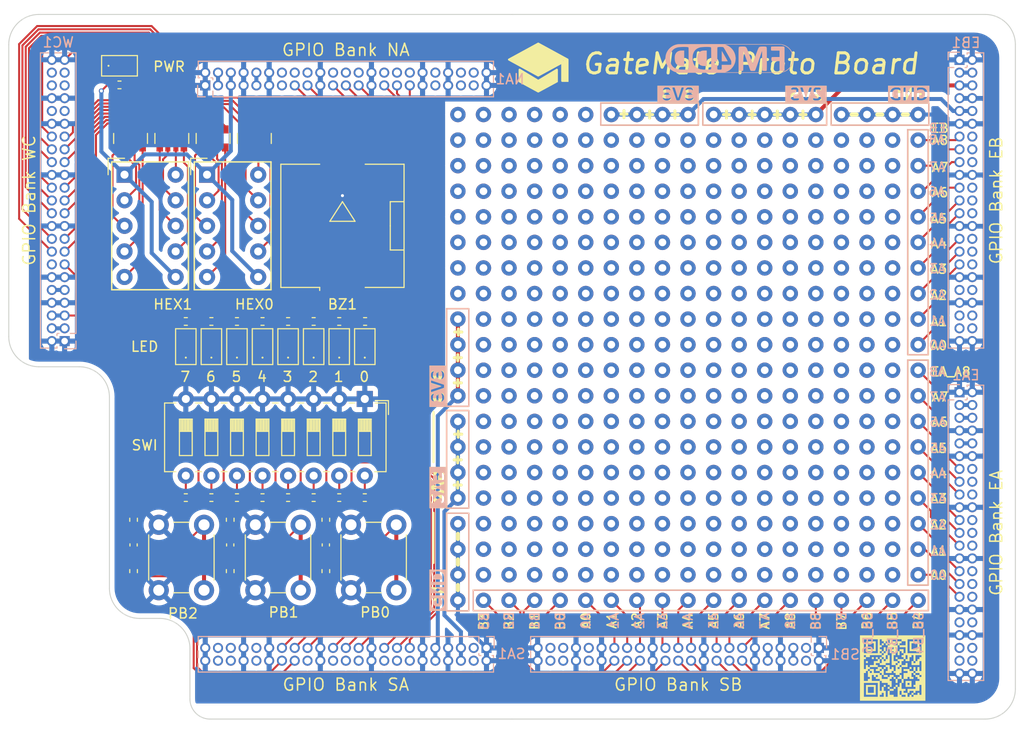
<source format=kicad_pcb>
(kicad_pcb (version 20211014) (generator pcbnew)
  (layers (0 "F.Cu" signal) (31 "B.Cu" signal) (34 "B.Paste" user) (35 "F.Paste" user) (36 "B.SilkS" user "B.Silkscreen") (37 "F.SilkS" user "F.Silkscreen") (38 "B.Mask" user) (39 "F.Mask" user) (44 "Edge.Cuts" user))
  (net 0 "")
  (net 1 "GND")
  (net 2 "Net-(C3-Pad1)")
  (net 3 "/data-io/F0")
  (net 4 "/data-io/G0")
  (net 5 "/data-io/E0")
  (net 6 "/data-io/D0")
  (net 7 "/data-io/DP0")
  (net 8 "/data-io/C0")
  (net 9 "/data-io/B0")
  (net 10 "Net-(C4-Pad1)")
  (net 11 "Net-(LED1-Pad2)")
  (net 12 "Net-(LED2-Pad2)")
  (net 13 "Net-(LED3-Pad2)")
  (net 14 "Net-(LED4-Pad2)")
  (net 19 "EA_VIO_OUT")
  (net 20 "EA_VIO_IN")
  (net 21 "IO_EA_A8")
  (net 22 "IO_EA_B8")
  (net 23 "IO_EA_A7")
  (net 24 "IO_EA_B7")
  (net 25 "IO_EA_A6")
  (net 26 "IO_EA_B6")
  (net 27 "IO_EA_A5")
  (net 28 "IO_EA_B5")
  (net 29 "IO_EA_A4")
  (net 30 "IO_EA_B4")
  (net 31 "IO_EA_A3")
  (net 32 "IO_EA_B3")
  (net 33 "IO_EA_A2")
  (net 34 "IO_EA_B2")
  (net 35 "IO_EA_A1")
  (net 36 "IO_EA_B1")
  (net 37 "IO_EA_A0")
  (net 38 "IO_EA_B0")
  (net 39 "CLK3_OUT")
  (net 40 "CLK2_OUT")
  (net 41 "RST_OUT")
  (net 42 "RST_IN")
  (net 43 "CFG_FAIL")
  (net 44 "CFG_OK")
  (net 45 "IO_EB_A8")
  (net 46 "IO_EB_B8")
  (net 47 "IO_EB_A7")
  (net 48 "IO_EB_B7")
  (net 49 "IO_EB_A6")
  (net 50 "IO_EB_B6")
  (net 51 "IO_EB_A5")
  (net 52 "IO_EB_B5")
  (net 53 "IO_EB_A4")
  (net 54 "IO_EB_B4")
  (net 55 "IO_EB_A3")
  (net 56 "IO_EB_B3")
  (net 57 "IO_EB_A2")
  (net 58 "IO_EB_B2")
  (net 59 "IO_EB_A1")
  (net 60 "IO_EB_B1")
  (net 61 "IO_EB_A0")
  (net 62 "IO_EB_B0")
  (net 63 "IO_NA_A0")
  (net 64 "IO_NA_B0")
  (net 65 "IO_NA_A1")
  (net 66 "IO_NA_B1")
  (net 67 "IO_NA_A2")
  (net 68 "IO_NA_B2")
  (net 69 "IO_NA_A3")
  (net 70 "IO_NA_B3")
  (net 71 "IO_NA_A4")
  (net 72 "IO_NA_B4")
  (net 73 "IO_NA_A5")
  (net 74 "IO_NA_B5")
  (net 75 "IO_NA_A6")
  (net 76 "IO_NA_B6")
  (net 77 "IO_NA_A7")
  (net 78 "IO_NA_B7")
  (net 79 "IO_NA_A8")
  (net 80 "IO_NA_B8")
  (net 81 "VIO_2V5")
  (net 82 "IO_SA_A8")
  (net 83 "IO_SA_B8")
  (net 84 "IO_SA_A7")
  (net 85 "IO_SA_B7")
  (net 86 "IO_SA_A6")
  (net 87 "IO_SA_B6")
  (net 88 "IO_SA_A5")
  (net 89 "IO_SA_B5")
  (net 90 "IO_SA_A4")
  (net 91 "IO_SA_B4")
  (net 92 "IO_SA_A3")
  (net 93 "IO_SA_B3")
  (net 94 "IO_SA_A2")
  (net 95 "IO_SA_B2")
  (net 96 "IO_SA_A1")
  (net 97 "IO_SA_B1")
  (net 98 "IO_SA_A0")
  (net 99 "IO_SA_B0")
  (net 100 "IO_SB_A8")
  (net 101 "IO_SB_B8")
  (net 102 "IO_SB_A7")
  (net 103 "IO_SB_B7")
  (net 104 "IO_SB_A6")
  (net 105 "IO_SB_B6")
  (net 106 "IO_SB_A5")
  (net 107 "IO_SB_B5")
  (net 108 "IO_SB_A4")
  (net 109 "IO_SB_B4")
  (net 110 "IO_SB_A3")
  (net 111 "IO_SB_B3")
  (net 112 "IO_SB_A2")
  (net 113 "IO_SB_B2")
  (net 114 "IO_SB_A1")
  (net 115 "IO_SB_B1")
  (net 116 "IO_SB_A0")
  (net 117 "IO_SB_B0")
  (net 118 "IO_WC_A0")
  (net 119 "IO_WC_A1")
  (net 120 "IO_WC_A2")
  (net 121 "IO_WC_A3")
  (net 122 "IO_WC_A4")
  (net 123 "IO_WC_A5")
  (net 124 "IO_WC_A6")
  (net 125 "IO_WC_A7")
  (net 126 "IO_WC_A8")
  (net 127 "IO_WC_B0")
  (net 128 "IO_WC_B1")
  (net 129 "IO_WC_B2")
  (net 130 "IO_WC_B3")
  (net 131 "IO_WC_B4")
  (net 132 "IO_WC_B5")
  (net 133 "IO_WC_B7")
  (net 134 "NA_VIO_2V5")
  (net 135 "WC_VIO_2V5")
  (net 136 "IO_WC_B8")
  (net 137 "IO_WC_B6")
  (net 138 "+3V3")
  (net 139 "EB_VIO_OUT")
  (net 140 "EB_VIO_IN")
  (net 141 "NA_VIO_OUT")
  (net 142 "WC_VIO_OUT")
  (net 143 "Net-(LED10-Pad2)")
  (net 144 "/data-io/A0")
  (net 145 "/data-io/F1")
  (net 146 "/data-io/G1")
  (net 147 "/data-io/E1")
  (net 148 "/data-io/D1")
  (net 149 "/data-io/DP1")
  (net 150 "/data-io/C1")
  (net 151 "/data-io/B1")
  (net 152 "Net-(LED0-Pad2)")
  (net 166 "Net-(LED5-Pad2)")
  (net 167 "Net-(C5-Pad1)")
  (net 168 "Net-(R20-Pad2)")
  (net 169 "Net-(R21-Pad2)")
  (net 170 "Net-(R22-Pad2)")
  (net 171 "Net-(R23-Pad2)")
  (net 172 "Net-(R24-Pad2)")
  (net 173 "Net-(R25-Pad2)")
  (net 174 "Net-(R26-Pad2)")
  (net 175 "Net-(R27-Pad2)")
  (net 176 "Net-(LED6-Pad2)")
  (net 177 "Net-(LED7-Pad2)")
  (net 178 "/data-io/A1")
  (footprint "FMDD:LED_0402_FPGA" (layer "F.Cu") (at 120.29 83 90)
    (fp_text reference "LED2" hide)
    (fp_text value "SMD0402")
  )
  (footprint "FM4DD:Label_GND" (layer "F.Cu") (at 179.4 57.9)
    (fp_text reference "LB33" hide)
    (fp_text value "Label_GND" hide)
  )
  (footprint "Resistor_SMD:R_0402_1005Metric" (layer "F.Cu") (at 115.21 98 180)
    (fp_text reference "R24" hide)
    (fp_text value "10K")
  )
  (footprint "FM4DD:Label_GND" (layer "F.Cu") (at 132.6 107.2 90)
    (fp_text reference "LB3" hide)
    (fp_text value "Label_GND" hide)
  )
  (footprint "Resistor_SMD:R_0402_1005Metric" (layer "F.Cu") (at 102.4 105.3 -90)
    (fp_text reference "R18" hide)
    (fp_text value "33")
  )
  (footprint "Button_Switch_THT:SW_PUSH_6mm" (layer "F.Cu") (at 124 107.2 90)
    (fp_text reference "PB0")
    (fp_text value "SW_Push")
  )
  (footprint "FM4DD:Label_3V3" (layer "F.Cu") (at 132.6 86.94 90)
    (fp_text reference "LB7" hide)
    (fp_text value "Label_3V3" hide)
  )
  (footprint "Resistor_SMD:R_0402_1005Metric" (layer "F.Cu") (at 101 57)
    (fp_text reference "R37" hide)
    (fp_text value "180")
  )
  (footprint "FM4DD:Proto_Pad_Array_19x20" (layer "F.Cu") (at 157.48 84.074)
    (fp_text reference "H1")
    (fp_text value "Proto_Pads_19x20")
  )
  (footprint "Resistor_SMD:R_0402_1005Metric" (layer "F.Cu") (at 125.37 98 180)
    (fp_text reference "R20" hide)
    (fp_text value "10K")
  )
  (footprint "Resistor_SMD:R_0402_1005Metric" (layer "F.Cu") (at 107.59 80.5 180)
    (fp_text reference "R8" hide)
    (fp_text value "180")
  )
  (footprint "Capacitor_SMD:C_0402_1005Metric" (layer "F.Cu") (at 121.5 102.7 90)
    (fp_text reference "C3" hide)
    (fp_text value "1u")
  )
  (footprint "Resistor_SMD:R_0402_1005Metric" (layer "F.Cu") (at 112 100.2 90)
    (fp_text reference "R14" hide)
    (fp_text value "200K")
  )
  (footprint "FMDD:LED_0402_FPGA" (layer "F.Cu") (at 125.37 83 90)
    (fp_text reference "LED0" hide)
    (fp_text value "SMD0402")
  )
  (footprint "FM4DD:Buzzer_Murata_PKLCS1212E" (layer "F.Cu") (at 123.15 71 90)
    (fp_text reference "BZ1")
    (fp_text value "Buzzer")
  )
  (footprint "Capacitor_SMD:C_0402_1005Metric" (layer "F.Cu") (at 112 102.7 90)
    (fp_text reference "C4" hide)
    (fp_text value "1u")
  )
  (footprint "Resistor_SMD:R_0402_1005Metric" (layer "F.Cu") (at 107.59 98 180)
    (fp_text reference "R27" hide)
    (fp_text value "10K")
  )
  (footprint "FMDD:R_Array_Convex_4x0603" (layer "F.Cu") (at 102.1 62.32 -90)
    (fp_text reference "RA4")
    (fp_text value "R_Array_04")
  )
  (footprint "Button_Switch_THT:SW_PUSH_6mm" (layer "F.Cu") (at 114.5 107.2 90)
    (fp_text reference "PB1")
    (fp_text value "SW_Push" hide)
  )
  (footprint "FMDD:LED_0402_FPGA" (layer "F.Cu") (at 117.75 83 90)
    (fp_text reference "LED3" hide)
    (fp_text value "SMD0402")
  )
  (footprint "Resistor_SMD:R_0402_1005Metric" (layer "F.Cu") (at 112.67 80.5 180)
    (fp_text reference "R6" hide)
    (fp_text value "180")
  )
  (footprint "Resistor_SMD:R_0402_1005Metric" (layer "F.Cu") (at 112.67 98 180)
    (fp_text reference "R25" hide)
    (fp_text value "10K")
  )
  (footprint "FM4DD:Label_2V5" (layer "F.Cu") (at 132.6 97 90)
    (fp_text reference "LB2" hide)
    (fp_text value "Label_2V5" hide)
  )
  (footprint "Display_7Segment:HDSP-7401" (layer "F.Cu") (at 109.7 65.92)
    (fp_text reference "HEX0")
    (fp_text value "7SEG_HDSP_7501")
  )
  (footprint "Button_Switch_THT:SW_PUSH_6mm" (layer "F.Cu") (at 104.9 107.2 90)
    (fp_text reference "PB2")
    (fp_text value "SW_Push")
  )
  (footprint "FMDD:LED_0402_FPGA" (layer "F.Cu") (at 110.13 83 90)
    (fp_text reference "LED6" hide)
    (fp_text value "SMD0402")
  )
  (footprint "qr:gm-proto-e1-qrcode" (layer "F.Cu") (at 177.81 114.93)
    (fp_text reference "G***" hide)
    (fp_text value "LOGO" hide)
  )
  (footprint "Resistor_SMD:R_0402_1005Metric" (layer "F.Cu") (at 110.13 80.5 180)
    (fp_text reference "R7" hide)
    (fp_text value "180")
  )
  (footprint "FMDD:LED_0402_FPGA" (layer "F.Cu") (at 115.21 83 90)
    (fp_text reference "LED4" hide)
    (fp_text value "SMD0402")
  )
  (footprint "Button_Switch_THT:SW_DIP_SPSTx08_Slide_6.7x21.88mm_W7.62mm_P2.54mm_LowProfile" (layer "F.Cu") (at 125.37 88.2 -90)
    (fp_text reference "SW1" hide)
    (fp_text value "SW_DIP_x08")
  )
  (footprint "Resistor_SMD:R_0402_1005Metric" (layer "F.Cu") (at 121.5 100.2 90)
    (fp_text reference "R13" hide)
    (fp_text value "200K")
  )
  (footprint "Resistor_SMD:R_0402_1005Metric" (layer "F.Cu") (at 117.75 80.5 180)
    (fp_text reference "R4" hide)
    (fp_text value "180")
  )
  (footprint "FMDD:LED_0402_FPGA" (layer "F.Cu") (at 122.83 83 90)
    (fp_text reference "LED1" hide)
    (fp_text value "SMD0402")
  )
  (footprint "FM4DD:Label_3V3" (layer "F.Cu") (at 156.49 57.9)
    (fp_text reference "LB5" hide)
    (fp_text value "Label_3V3" hide)
  )
  (footprint "Capacitor_SMD:C_0402_1005Metric" (layer "F.Cu") (at 102.4 102.7 90)
    (fp_text reference "C5" hide)
    (fp_text value "1u")
  )
  (footprint "Resistor_SMD:R_0402_1005Metric" (layer "F.Cu") (at 102.4 100.2 90)
    (fp_text reference "R15" hide)
    (fp_text value "200K")
  )
  (footprint "FMDD:LED_0402_FPGA" (layer "F.Cu") (at 112.67 83 90)
    (fp_text reference "LED5" hide)
    (fp_text value "SMD0402")
  )
  (footprint "Resistor_SMD:R_0402_1005Metric" (layer "F.Cu") (at 125.4 80.5 180)
    (fp_text reference "R1" hide)
    (fp_text value "180")
  )
  (footprint "Resistor_SMD:R_0402_1005Metric" (layer "F.Cu") (at 121.5 105.3 -90)
    (fp_text reference "R16" hide)
    (fp_text value "33")
  )
  (footprint "Resistor_SMD:R_0402_1005Metric" (layer "F.Cu") (at 110.13 98 180)
    (fp_text reference "R26" hide)
    (fp_text value "10K")
  )
  (footprint "Resistor_SMD:R_0402_1005Metric" (layer "F.Cu") (at 120.29 98 180)
    (fp_text reference "R22" hide)
    (fp_text value "10K")
  )
  (footprint "FMDD:R_Array_Convex_4x0603" (layer "F.Cu") (at 114.4 62.32 -90)
    (fp_text reference "RA1")
    (fp_text value "R_Array_04")
  )
  (footprint "Resistor_SMD:R_0402_1005Metric" (layer "F.Cu") (at 122.83 80.5 180)
    (fp_text reference "R2" hide)
    (fp_text value "180")
  )
  (footprint "Resistor_SMD:R_0402_1005Metric" (layer "F.Cu") (at 112 105.3 -90)
    (fp_text reference "R17" hide)
    (fp_text value "33")
  )
  (footprint "FMDD:R_Array_Convex_4x0603" (layer "F.Cu") (at 110.3 62.32 -90)
    (fp_text reference "RA2")
    (fp_text value "R_Array_04")
  )
  (footprint "Resistor_SMD:R_0402_1005Metric" (layer "F.Cu") (at 115.21 80.5 180)
    (fp_text reference "R5" hide)
    (fp_text value "180")
  )
  (footprint "FMDD:LED_0402_FPGA" (layer "F.Cu") (at 107.59 83 90)
    (fp_text reference "LED7" hide)
    (fp_text value "SMD0402")
  )
  (footprint "FMDD:LED_0402_FPGA" (layer "F.Cu") (at 101 55.1)
    (fp_text reference "LED10" hide)
    (fp_text value "SMD0402")
  )
  (footprint "Resistor_SMD:R_0402_1005Metric" (layer "F.Cu") (at 122.83 98 180)
    (fp_text reference "R21" hide)
    (fp_text value "10K")
  )
  (footprint "Resistor_SMD:R_0402_1005Metric" (layer "F.Cu") (at 117.75 98 180)
    (fp_text reference "R23" hide)
    (fp_text value "10K")
  )
  (footprint "FM4DD:Label_2V5" (layer "F.Cu") (at 169.2 57.9)
    (fp_text reference "LB25" hide)
    (fp_text value "Label_2V5" hide)
  )
  (footprint "Display_7Segment:HDSP-7401" (layer "F.Cu") (at 101.5 65.92)
    (fp_text reference "HEX1")
    (fp_text value "7SEG_HDSP_7501")
  )
  (footprint "Resistor_SMD:R_0402_1005Metric" (layer "F.Cu") (at 120.29 80.5 180)
    (fp_text reference "R3" hide)
    (fp_text value "180")
  )
  (footprint "FMDD:R_Array_Convex_4x0603" (layer "F.Cu") (at 106.2 62.32 -90)
    (fp_text reference "RA3")
    (fp_text value "R_Array_04")
  )
  (footprint "FM4DD:PinHeader_2x23_P1.27_backside" (layer "B.Cu") (at 94.915 68.48)
    (fp_text reference "WC1")
    (fp_text value "Hdr_2x23_P1.27")
  )
  (footprint "FM4DD:Label_3V3" (layer "B.Cu") (at 156.49 57.9 180)
    (fp_text reference "LB6" hide)
    (fp_text value "Label_3V3" hide)
  )
  (footprint "FM4DD:Label_2V5" (layer "B.Cu") (at 132.6 97 90)
    (fp_text reference "LB21" hide)
    (fp_text value "Label_2V5" hide)
  )
  (footprint "FM4DD:PinHeader_2x23_P1.27_backside" (layer "B.Cu") (at 123.49 56.415 -90)
    (fp_text reference "NA1")
    (fp_text value "Hdr_2x23_P1.27")
  )
  (footprint "FM4DD:PinHeader_2x23_P1.27_backside" (layer "B.Cu") (at 156.51 113.565 90)
    (fp_text reference "SB1")
    (fp_text value "Hdr_2x23_P1.27")
  )
  (footprint "FM4DD:Label_2V5" (layer "B.Cu") (at 169.2 57.9 180)
    (fp_text reference "LB25" hide)
    (fp_text value "Label_2V5" hide)
  )
  (footprint "FM4DD:PinHeader_2x23_P1.27_backside" (layer "B.Cu") (at 123.49 113.565 90)
    (fp_text reference "SA1")
    (fp_text value "Hdr_2x23_P1.27")
  )
  (footprint "FM4DD:PinHeader_2x23_P1.27_backside" (layer "B.Cu") (at 185.085 101.5 180)
    (fp_text reference "EA1")
    (fp_text value "Hdr_2x23_P1.27")
  )
  (footprint "FM4DD:Label_GND" (layer "B.Cu") (at 179.4 57.9 180)
    (fp_text reference "LB33" hide)
    (fp_text value "Label_GND" hide)
  )
  (footprint "FM4DD:Label_3V3" (layer "B.Cu") (at 132.6 86.94 -90)
    (fp_text reference "LB8" hide)
    (fp_text value "Label_3V3" hide)
  )
  (footprint "FM4DD:PinHeader_2x23_P1.27_backside" (layer "B.Cu") (at 185.085 68.48 180)
    (fp_text reference "EB1")
    (fp_text value "Hdr_2x23_P1.27")
  )
  (footprint "FM4DD:Logo_FM4DD_5mm_SScr" (layer "B.Cu") (at 161.835618 54.317479 180)
    (fp_text reference "LB4" hide)
    (fp_text value "Logo_FM4DD_5mm" hide)
  )
  (footprint "FM4DD:Label_GND" (layer "B.Cu") (at 132.6 107.2 90)
    (fp_text reference "LB31" hide)
    (fp_text value "Label_GND" hide)
  )
  (gr_rect (start 179.3 83.8) (end 181.332 61.448) (layer "B.SilkS") (width 0.15) (fill none))
  (gr_rect (start 135.7 109.25) (end 133.5 99.55) (layer "B.SilkS") (width 0.15) (fill none))
  (gr_rect (start 158.51 58.8) (end 148.81 61) (layer "B.SilkS") (width 0.15) (fill none))
  (gr_rect (start 135.7 88.93) (end 133.5 79.23) (layer "B.SilkS") (width 0.15) (fill none))
  (gr_rect (start 179.3 106.7) (end 181.332 84.348) (layer "B.SilkS") (width 0.15) (fill none))
  (gr_rect (start 136.144 109.232) (end 181.356 107.2) (layer "B.SilkS") (width 0.15) (fill none))
  (gr_rect (start 171.25 58.8) (end 158.95 61) (layer "B.SilkS") (width 0.15) (fill none))
  (gr_rect (start 135.7 99.05) (end 133.5 89.35) (layer "B.SilkS") (width 0.15) (fill none))
  (gr_rect (start 181.4 58.8) (end 171.7 61) (layer "B.SilkS") (width 0.15) (fill none))
  (gr_line (start 134.62 102.108) (end 134.62 101.6) (layer "F.SilkS") (width 0.4))
  (gr_line (start 153.67 60.3) (end 153.67 59.6) (layer "F.SilkS") (width 0.3))
  (gr_line (start 179.324 59.944) (end 178.816 59.944) (layer "F.SilkS") (width 0.4))
  (gr_line (start 161.3 59.6) (end 161.3 60.3) (layer "F.SilkS") (width 0.3))
  (gr_rect (start 171.25 61) (end 158.95 58.8) (layer "F.SilkS") (width 0.15) (fill none))
  (gr_line (start 161 59.95) (end 161.6 59.95) (layer "F.SilkS") (width 0.3))
  (gr_line (start 134.31 81.55) (end 135.01 81.55) (layer "F.SilkS") (width 0.3))
  (gr_rect (start 136.144 107.188) (end 181.356 109.22) (layer "F.SilkS") (width 0.15) (fill none))
  (gr_rect (start 181.4 61) (end 171.7 58.8) (layer "F.SilkS") (width 0.15) (fill none))
  (gr_line (start 134.26 86.6) (end 134.96 86.6) (layer "F.SilkS") (width 0.3))
  (gr_line (start 134.25 94.25) (end 134.95 94.25) (layer "F.SilkS") (width 0.3))
  (gr_line (start 134.61 86.9) (end 134.61 86.3) (layer "F.SilkS") (width 0.3))
  (gr_rect (start 135.7 79.23) (end 133.5 88.93) (layer "F.SilkS") (width 0.15) (fill none))
  (gr_line (start 163.85 59.6) (end 163.85 60.3) (layer "F.SilkS") (width 0.3))
  (gr_line (start 134.62 104.648) (end 134.62 104.14) (layer "F.SilkS") (width 0.4))
  (gr_line (start 166.35 59.6) (end 166.35 60.3) (layer "F.SilkS") (width 0.3))
  (gr_line (start 156.5 59.95) (end 155.9 59.95) (layer "F.SilkS") (width 0.3))
  (gr_line (start 168.9 59.6) (end 168.9 60.3) (layer "F.SilkS") (width 0.3))
  (gr_rect (start 179.324 84.328) (end 181.356 106.68) (layer "F.SilkS") (width 0.15) (fill none))
  (gr_line (start 134.3 91.7) (end 135 91.7) (layer "F.SilkS") (width 0.3))
  (gr_line (start 163.55 59.95) (end 164.15 59.95) (layer "F.SilkS") (width 0.3))
  (gr_rect (start 135.7 99.55) (end 133.5 109.25) (layer "F.SilkS") (width 0.15) (fill none))
  (gr_line (start 134.61 84.4) (end 134.61 83.8) (layer "F.SilkS") (width 0.3))
  (gr_line (start 132.2 94.48) (end 132.2 89.48) (layer "F.SilkS") (width 0.2))
  (gr_line (start 151.42 59.9) (end 150.82 59.9) (layer "F.SilkS") (width 0.3))
  (gr_line (start 156.18 60.29) (end 156.18 59.59) (layer "F.SilkS") (width 0.3))
  (gr_line (start 134.62 107.188) (end 134.62 106.68) (layer "F.SilkS") (width 0.4))
  (gr_line (start 134.65 92) (end 134.65 91.4) (layer "F.SilkS") (width 0.3))
  (gr_line (start 166.05 59.95) (end 166.65 59.95) (layer "F.SilkS") (width 0.3))
  (gr_line (start 134.26 84.1) (end 134.96 84.1) (layer "F.SilkS") (width 0.3))
  (gr_line (start 134.6 94.55) (end 134.6 93.95) (layer "F.SilkS") (width 0.3))
  (gr_line (start 153.97 59.95) (end 153.37 59.95) (layer "F.SilkS") (width 0.3))
  (gr_line (start 132.2 104.5) (end 132.2 99.5) (layer "F.SilkS") (width 0.2))
  (gr_line (start 134.66 81.85) (end 134.66 81.25) (layer "F.SilkS") (width 0.3))
  (gr_line (start 134.6 97.05) (end 134.6 96.45) (layer "F.SilkS") (width 0.3))
  (gr_poly (pts (xy 145.510416 54.483334) (xy 144.98125 54.483334) (xy 144.98125 54.77197) (xy 142.6 56.070834) (xy 139.689583 54.483334) (xy 142.6 52.895834)) (layer "F.SilkS") (width 0.2) (fill solid))
  (gr_line (start 134.25 96.75) (end 134.95 96.75) (layer "F.SilkS") (width 0.3))
  (gr_line (start 168.6 59.95) (end 169.2 59.95) (layer "F.SilkS") (width 0.3))
  (gr_rect (start 179.324 61.468) (end 181.356 83.82) (layer "F.SilkS") (width 0.15) (fill none))
  (gr_rect (start 135.7 89.35) (end 133.5 99.05) (layer "F.SilkS") (width 0.15) (fill none))
  (gr_line (start 151.12 60.25) (end 151.12 59.55) (layer "F.SilkS") (width 0.3))
  (gr_rect (start 158.51 61) (end 148.81 58.8) (layer "F.SilkS") (width 0.15) (fill none))
  (gr_poly (pts (xy 145.510416 56.6) (xy 144.98125 56.6) (xy 144.98125 54.77197) (xy 145.510416 54.483334)) (layer "F.SilkS") (width 0.2) (fill solid))
  (gr_line (start 174.244 59.944) (end 173.736 59.944) (layer "F.SilkS") (width 0.4))
  (gr_line (start 176.784 59.944) (end 176.276 59.944) (layer "F.SilkS") (width 0.4))
  (gr_poly (pts (xy 144.452083 56.652917) (xy 142.6 57.658334) (xy 140.747917 56.652917) (xy 140.747917 55.488751) (xy 142.6 56.6) (xy 144.452083 55.488751)) (layer "F.SilkS") (width 0.2) (fill solid))
  (gr_line (start 108 118) (end 108 113) (layer "Edge.Cuts") (width 0.1))
  (gr_line (start 140 120) (end 110 120) (layer "Edge.Cuts") (width 0.1))
  (gr_line (start 140 50) (end 93 50) (layer "Edge.Cuts") (width 0.1))
  (gr_line (start 140 120) (end 187 120) (layer "Edge.Cuts") (width 0.1))
  (gr_arc (start 105 110) (mid 107.12132 110.87868) (end 108 113) (layer "Edge.Cuts") (width 0.1))
  (gr_line (start 93 85) (end 97 85) (layer "Edge.Cuts") (width 0.1))
  (gr_line (start 190 117.01) (end 190 53) (layer "Edge.Cuts") (width 0.1))
  (gr_line (start 90 53) (end 90 82) (layer "Edge.Cuts") (width 0.1))
  (gr_arc (start 103 110) (mid 100.87868 109.12132) (end 100 107) (layer "Edge.Cuts") (width 0.1))
  (gr_arc (start 110 120) (mid 108.585786 119.414214) (end 108 118) (layer "Edge.Cuts") (width 0.1))
  (gr_arc (start 190 117.01) (mid 189.11703 119.124094) (end 187 120) (layer "Edge.Cuts") (width 0.1))
  (gr_line (start 100 107) (end 100 88) (layer "Edge.Cuts") (width 0.1))
  (gr_line (start 187 50) (end 140 50) (layer "Edge.Cuts") (width 0.1))
  (gr_arc (start 187 50) (mid 189.12132 50.87868) (end 190 53) (layer "Edge.Cuts") (width 0.1))
  (gr_line (start 105 110) (end 103 110) (layer "Edge.Cuts") (width 0.1))
  (gr_arc (start 97 85) (mid 99.12132 85.87868) (end 100 88) (layer "Edge.Cuts") (width 0.1))
  (gr_arc locked (start 93 85) (mid 90.87868 84.12132) (end 90 82) (layer "Edge.Cuts") (width 0.1))
  (gr_arc (start 90 53) (mid 90.87868 50.87868) (end 93 50) (layer "Edge.Cuts") (width 0.1))
  (gr_text "A4" (at 157.49 110.25 -270) (layer "B.SilkS") (effects (font (size 0.9 0.9)) (justify mirror)))
  (gr_text "SB_B4" (at 180.4 111.45 -270) (layer "B.SilkS") (effects (font (size 0.9 0.9)) (justify mirror)))
  (gr_text "A1" (at 150.124 110.25 -270) (layer "B.SilkS") (effects (font (size 0.9 0.9)) (justify mirror)))
  (gr_text "B3" (at 137.25 110.25 -270) (layer "B.SilkS") (effects (font (size 0.9 0.9)) (justify mirror)))
  (gr_text "A0" (at 182.3 105.7) (layer "B.SilkS") (effects (font (size 0.9 0.9)) (justify mirror)))
  (gr_text "B2" (at 139.7 110.22 -270) (layer "B.SilkS") (effects (font (size 0.9 0.9)) (justify mirror)))
  (gr_text "A7" (at 182.3 88) (layer "B.SilkS") (effects (font (size 0.9 0.9)) (justify mirror)))
  (gr_text "B7" (at 172.75 110.23 -270) (layer "B.SilkS") (effects (font (size 0.9 0.9)) (justify mirror)))
  (gr_text "EB" (at 182.25 61.3) (layer "B.SilkS") (effects (font (size 0.9 0.9)) (justify mirror)))
  (gr_text "A5" (at 182.3 93.1) (layer "B.SilkS") (effects (font (size 0.9 0.9)) (justify mirror)))
  (gr_text "A4" (at 182.3 95.6) (layer "B.SilkS") (effects (font (size 0.9 0.9)) (justify mirror)))
  (gr_text "A0" (at 182.25 82.85) (layer "B.SilkS") (effects (font (size 0.9 0.9)) (justify mirror)))
  (gr_text "A1" (at 182.3 103.3) (layer "B.SilkS") (effects (font (size 0.9 0.9)) (justify mirror)))
  (gr_text "A2" (at 152.664 110.25 -270) (layer "B.SilkS") (effects (font (size 0.9 0.9)) (justify mirror)))
  (gr_text "A1" (at 182.25 80.45) (layer "B.SilkS") (effects (font (size 0.9 0.9)) (justify mirror)))
  (gr_text "B8" (at 170.19 110.25 -270) (layer "B.SilkS") (effects (font (size 0.9 0.9)) (justify mirror)))
  (gr_text "B1" (at 142.25 110.25 -270) (layer "B.SilkS") (effects (font (size 0.9 0.9)) (justify mirror)))
  (gr_text "A0" (at 147.33 110.25 -270) (layer "B.SilkS") (effects (font (size 0.9 0.9)) (justify mirror)))
  (gr_text "A6" (at 182.3 90.5) (layer "B.SilkS") (effects (font (size 0.9 0.9)) (justify mirror)))
  (gr_text "SB_B6" (at 175.35 111.45 -270) (layer "B.SilkS") (effects (font (size 0.9 0.9)) (justify mirror)))
  (gr_text "SB_B5" (at 177.8 111.5 -270) (layer "B.SilkS") (effects (font (size 0.9 0.9)) (justify mirror)))
  (gr_text "A7" (at 165.11 110.25 -270) (layer "B.SilkS") (effects (font (size 0.9 0.9)) (justify mirror)))
  (gr_text "A8" (at 182.2 62.45) (layer "B.SilkS") (effects (font (size 0.9 0.9)) (justify mirror)))
  (gr_text "A3" (at 182.25 75.25) (layer "B.SilkS") (effects (font (size 0.9 0.9)) (justify mirror)))
  (gr_text "A2" (at 182.25 77.85) (layer "B.SilkS") (effects (font (size 0.9 0.9)) (justify mirror)))
  (gr_text "A6" (at 162.57 110.25 -270) (layer "B.SilkS") (effects (font (size 0.9 0.9)) (justify mirror)))
  (gr_text "A3" (at 182.3 98.1) (layer "B.SilkS") (effects (font (size 0.9 0.9)) (justify mirror)))
  (gr_text "A4" (at 182.25 72.75) (layer "B.SilkS") (effects (font (size 0.9 0.9)) (justify mirror)))
  (gr_text "A3" (at 154.95 110.25 -270) (layer "B.SilkS") (effects (font (size 0.9 0.9)) (justify mirror)))
  (gr_text "A7" (at 182.25 65.15) (layer "B.SilkS") (effects (font (size 0.9 0.9)) (justify mirror)))
  (gr_text "A5" (at 182.25 70.25) (layer "B.SilkS") (effects (font (size 0.9 0.9)) (justify mirror)))
  (gr_text "B0" (at 144.79 110.25 -270) (layer "B.SilkS") (effects (font (size 0.9 0.9)) (justify mirror)))
  (gr_text "A5" (at 160.03 110.25 -270) (layer "B.SilkS") (effects (font (size 0.9 0.9)) (justify mirror)))
  (gr_text "A8" (at 167.65 110.25 -270) (layer "B.SilkS") (effects (font (size 0.9 0.9)) (justify mirror)))
  (gr_text "A8" (at 182.25 85.5) (layer "B.SilkS") (effects (font (size 0.9 0.9)) (justify mirror)))
  (gr_text "A2" (at 182.3 100.7) (layer "B.SilkS") (effects (font (size 0.9 0.9)) (justify mirror)))
  (gr_text "A6" (at 182.2 67.6) (layer "B.SilkS") (effects (font (size 0.9 0.9)) (justify mirror)))
  (gr_text "B3" (at 137.17 110.29 90) (layer "F.SilkS") (effects (font (size 0.9 0.9))))
  (gr_text "A7" (at 182.5 65.2) (layer "F.SilkS") (effects (font (size 0.9 0.9))))
  (gr_text "A4" (at 182.4 72.8) (layer "F.SilkS") (effects (font (size 0.9 0.9))))
  (gr_text "GPIO Bank WC" (at 92.03 68.48 90) (layer "F.SilkS") (effects (font (size 1.2 1.2))))
  (gr_text "A7" (at 182.5 88) (layer "F.SilkS") (effects (font (size 0.9 0.9))))
  (gr_text "EA_A8" (at 183.6 85.5) (layer "F.SilkS") (effects (font (size 0.9 0.9))))
  (gr_text "A3" (at 182.4 98.1) (layer "F.SilkS") (effects (font (size 0.9 0.9))))
  (gr_text "EB" (at 182.5 61.3) (layer "F.SilkS") (effects (font (size 0.9 0.9))))
  (gr_text "4" (at 115.16 86) (layer "F.SilkS") (effects (font (size 1 1))))
  (gr_text "B4" (at 180.34 110.236 90) (layer "F.SilkS") (effects (font (size 0.9 0.9))))
  (gr_text "A1" (at 182.4 80.5) (layer "F.SilkS") (effects (font (size 0.9 0.9))))
  (gr_text "B0" (at 144.8 110.28 90) (layer "F.SilkS") (effects (font (size 0.9 0.9))))
  (gr_text "A1" (at 149.92 110.21 90) (layer "F.SilkS") (effects (font (size 0.9 0.9))))
  (gr_text "B7" (at 172.75 110.31 90) (layer "F.SilkS") (effects (font (size 0.9 0.9))))
  (gr_text "GPIO Bank SB" (at 156.51 116.58) (layer "F.SilkS") (effects (font (size 1.2 1.2))))
  (gr_text "GPIO Bank NA" (at 123.49 53.52) (layer "F.SilkS") (effects (font (size 1.2 1.2))))
  (gr_text "LED" (at 103.5 83) (layer "F.SilkS") (effects (font (size 1 1))))
  (gr_text "B8" (at 170.18 110.27 90) (layer "F.SilkS") (effects (font (size 0.9 0.9))))
  (gr_text "A6" (at 182.5 90.5) (layer "F.SilkS") (effects (font (size 0.9 0.9))))
  (gr_text "A4" (at 182.4 95.6) (layer "F.SilkS") (effects (font (size 0.9 0.9))))
  (gr_text "A3" (at 182.4 75.3) (layer "F.SilkS") (effects (font (size 0.9 0.9))))
  (gr_text "A2" (at 182.4 77.9) (layer "F.SilkS") (effects (font (size 0.9 0.9))))
  (gr_text "A8" (at 167.65 110.23 90) (layer "F.SilkS") (effects (font (size 0.9 0.9))))
  (gr_text "A0" (at 182.4 82.9) (layer "F.SilkS") (effects (font (size 0.9 0.9))))
  (gr_text "A6" (at 162.57 110.22 90) (layer "F.SilkS") (effects (font (size 0.9 0.9))))
  (gr_text "B2" (at 139.7 110.27 90) (layer "F.SilkS") (effects (font (size 0.9 0.9))))
  (gr_text "A8" (at 182.5 62.5) (layer "F.SilkS") (effects (font (size 0.9 0.9))))
  (gr_text "GPIO Bank EB" (at 188.1 68.48 90) (layer "F.SilkS") (effects (font (size 1.2 1.2))))
  (gr_text "B6" (at 175.26 110.236 90) (layer "F.SilkS") (effects (font (size 0.9 0.9))))
  (gr_text "2" (at 120.24 86) (layer "F.SilkS") (effects (font (size 1 1))))
  (gr_text "A5" (at 160.03 110.21 90) (layer "F.SilkS") (effects (font (size 0.9 0.9))))
  (gr_text "A6" (at 182.5 67.7) (layer "F.SilkS") (effects (font (size 0.9 0.9))))
  (gr_text "A0" (at 182.4 105.7) (layer "F.SilkS") (effects (font (size 0.9 0.9))))
  (gr_text "A3" (at 154.96 110.22 90) (layer "F.SilkS") (effects (font (size 0.9 0.9))))
  (gr_text "7" (at 107.54 86) (layer "F.SilkS") (effects (font (size 1 1))))
  (gr_text "5" (at 112.62 86) (layer "F.SilkS") (effects (font (size 1 1))))
  (gr_text "B1" (at 142.26 110.27 90) (layer "F.SilkS") (effects (font (size 0.9 0.9))))
  (gr_text "A2" (at 152.4 110.22 90) (layer "F.SilkS") (effects (font (size 0.9 0.9))))
  (gr_text "6" (at 110.08 86) (layer "F.SilkS") (effects (font (size 1 1))))
  (gr_text "A0" (at 147.33 110.21 90) (layer "F.SilkS") (effects (font (size 0.9 0.9))))
  (gr_text "0" (at 125.32 86) (layer "F.SilkS") (effects (font (size 1 1))))
  (gr_text "SWI" (at 103.5 92.8) (layer "F.SilkS") (effects (font (size 1 1))))
  (gr_text "A1" (at 182.4 103.3) (layer "F.SilkS") (effects (font (size 0.9 0.9))))
  (gr_text "GateMate Proto Board" (at 163.7 54.9) (layer "F.SilkS") (effects (font (size 2 2) (thickness 0.3) italic)))
  (gr_text "A5" (at 182.4 70.3) (layer "F.SilkS") (effects (font (size 0.9 0.9))))
  (gr_text "PWR" (at 105.93 55.19) (layer "F.SilkS") (effects (font (size 1 1))))
  (gr_text "1" (at 122.78 86) (layer "F.SilkS") (effects (font (size 1 1))))
  (gr_text "GPIO Bank SA" (at 123.49 116.58) (layer "F.SilkS") (effects (font (size 1.2 1.2))))
  (gr_text "A4" (at 157.48 110.26 90) (layer "F.SilkS") (effects (font (size 0.9 0.9))))
  (gr_text "B5" (at 177.8 110.236 90) (layer "F.SilkS") (effects (font (size 0.9 0.9))))
  (gr_text "3" (at 117.7 86) (layer "F.SilkS") (effects (font (size 1 1))))
  (gr_text "A7" (at 165.11 110.26 90) (layer "F.SilkS") (effects (font (size 0.9 0.9))))
  (gr_text "A2" (at 182.4 100.7) (layer "F.SilkS") (effects (font (size 0.9 0.9))))
  (gr_text "A5" (at 182.4 93.1) (layer "F.SilkS") (effects (font (size 0.9 0.9))))
  (gr_text "GPIO Bank EA" (at 188.1 101.5 90) (layer "F.SilkS") (effects (font (size 1.2 1.2))))
  (segment (start 107.59 83.485) (end 125.37 83.485) (width 0.2) (layer "F.Cu") (net 1))
  (segment (start 121.5 102.22) (end 122.48 102.22) (width 0.2) (layer "F.Cu") (net 1))
  (segment (start 99.182 53.767) (end 100.515 55.1) (width 0.2) (layer "F.Cu") (net 1))
  (segment (start 102.745 78.64) (end 107.59 83.485) (width 0.2) (layer "F.Cu") (net 1))
  (segment (start 96.293 53.767) (end 99.182 53.767) (width 0.2) (layer "F.Cu") (net 1))
  (segment (start 95.55 54.51) (end 96.293 53.767) (width 0.2) (layer "F.Cu") (net 1))
  (segment (start 102.4 102.22) (end 103.38 102.22) (width 0.2) (layer "F.Cu") (net 1))
  (segment (start 95.55 78.64) (end 102.745 78.64) (width 0.2) (layer "F.Cu") (net 1))
  (segment (start 122.48 102.22) (end 124 100.7) (width 0.2) (layer "F.Cu") (net 1))
  (segment (start 103.38 102.22) (end 104.9 100.7) (width 0.2) (layer "F.Cu") (net 1))
  (segment (start 112.98 102.22) (end 114.5 100.7) (width 0.2) (layer "F.Cu") (net 1))
  (segment (start 123.15 65.85) (end 123.15 68) (width 0.2) (layer "F.Cu") (net 1))
  (segment (start 112 102.22) (end 112.98 102.22) (width 0.2) (layer "F.Cu") (net 1))
  (via (at 123.15 68) (size 0.5) (drill 0.3) (layers "F.Cu" "B.Cu") (net 1))
  (segment (start 137.46 112.93) (end 137.46 114.2) (width 0.4) (layer "B.Cu") (net 1))
  (segment (start 134.62 110.09) (end 137.46 112.93) (width 0.4) (layer "B.Cu") (net 1))
  (segment (start 180.34 59.944) (end 182.494 59.944) (width 0.4) (layer "B.Cu") (net 1))
  (segment (start 134.62 100.584) (end 134.62 108.204) (width 0.4) (layer "B.Cu") (net 1))
  (segment (start 182.494 59.944) (end 183.41 60.86) (width 0.4) (layer "B.Cu") (net 1))
  (segment (start 183.41 60.86) (end 184.45 60.86) (width 0.4) (layer "B.Cu") (net 1))
  (segment (start 172.72 59.944) (end 180.34 59.944) (width 0.4) (layer "B.Cu") (net 1))
  (segment (start 134.62 108.204) (end 134.62 110.09) (width 0.4) (layer "B.Cu") (net 1))
  (segment (start 121.5 103.18) (end 126.02 103.18) (width 0.2) (layer "F.Cu") (net 2))
  (segment (start 120.8 101.41) (end 120.8 102.48) (width 0.2) (layer "F.Cu") (net 2))
  (segment (start 128.5 107.2) (end 128.5 100.7) (width 0.4) (layer "F.Cu") (net 2))
  (segment (start 121.5 104.79) (end 121.5 103.18) (width 0.2) (layer "F.Cu") (net 2))
  (segment (start 121.5 100.71) (end 120.8 101.41) (width 0.2) (layer "F.Cu") (net 2))
  (segment (start 120.8 102.48) (end 121.5 103.18) (width 0.2) (layer "F.Cu") (net 2))
  (segment (start 126.02 103.18) (end 128.5 100.7) (width 0.2) (layer "F.Cu") (net 2))
  (segment (start 109.9 63.42) (end 109.9 64.02) (width 0.2) (layer "F.Cu") (net 3))
  (segment (start 109.9 64.02) (end 110.846 64.966) (width 0.2) (layer "F.Cu") (net 3))
  (segment (start 110.846 67.514) (end 109.7 68.66) (width 0.2) (layer "F.Cu") (net 3))
  (segment (start 110.846 64.966) (end 110.846 67.514) (width 0.2) (layer "F.Cu") (net 3))
  (segment (start 109.1 63.42) (end 108.5 64.02) (width 0.2) (layer "F.Cu") (net 4))
  (segment (start 108.5 70) (end 109.7 71.2) (width 0.2) (layer "F.Cu") (net 4))
  (segment (start 108.5 64.02) (end 108.5 70) (width 0.2) (layer "F.Cu") (net 4))
  (segment (start 110.7 63.42) (end 110.7 64.357552) (width 0.2) (layer "F.Cu") (net 5))
  (segment (start 111.173 64.830552) (end 111.173 72.067) (width 0.2) (layer "F.Cu") (net 5))
  (segment (start 110.7 64.357552) (end 111.173 64.830552) (width 0.2) (layer "F.Cu") (net 5))
  (segment (start 111.173 72.067) (end 109.7 73.54) (width 0.2) (layer "F.Cu") (net 5))
  (segment (start 111.5 74.28) (end 109.7 76.08) (width 0.2) (layer "F.Cu") (net 6))
  (segment (start 111.5 63.42) (end 111.5 74.28) (width 0.2) (layer "F.Cu") (net 6))
  (segment (start 115.6 63.42) (end 116 63.82) (width 0.2) (layer "F.Cu") (net 7))
  (segment (start 116 72.32) (end 114.78 73.54) (width 0.2) (layer "F.Cu") (net 7))
  (segment (start 116 63.82) (end 116 72.32) (width 0.2) (layer "F.Cu") (net 7))
  (segment (start 113.2 69.42) (end 114.78 71) (width 0.2) (layer "F.Cu") (net 8))
  (segment (start 113.2 63.42) (end 113.2 69.42) (width 0.2) (layer "F.Cu") (net 8))
  (segment (start 114 64.02) (end 113.527 64.493) (width 0.2) (layer "F.Cu") (net 9))
  (segment (start 113.527 64.493) (end 113.527 67.207) (width 0.2) (layer "F.Cu") (net 9))
  (segment (start 114 63.42) (end 114 64.02) (width 0.2) (layer "F.Cu") (net 9))
  (segment (start 113.527 67.207) (end 114.78 68.46) (width 0.2) (layer "F.Cu") (net 9))
  (segment (start 119 100.7) (end 119 107.2) (width 0.4) (layer "F.Cu") (net 10))
  (segment (start 116.52 103.18) (end 119 100.7) (width 0.2) (layer "F.Cu") (net 10))
  (segment (start 112 104.79) (end 112 103.18) (width 0.2) (layer "F.Cu") (net 10))
  (segment (start 112 103.18) (end 116.52 103.18) (width 0.2) (layer "F.Cu") (net 10))
  (segment (start 112 100.71) (end 111.3 101.41) (width 0.2) (layer "F.Cu") (net 10))
  (segment (start 111.3 101.41) (end 111.3 102.48) (width 0.2) (layer "F.Cu") (net 10))
  (segment (start 111.3 102.48) (end 112 103.18) (width 0.2) (layer "F.Cu") (net 10))
  (segment (start 122.32 80.5) (end 122.32 82.005) (width 0.2) (layer "F.Cu") (net 11))
  (segment (start 122.32 82.005) (end 122.83 82.515) (width 0.2) (layer "F.Cu") (net 11))
  (segment (start 119.78 80.5) (end 119.78 82.005) (width 0.2) (layer "F.Cu") (net 12))
  (segment (start 119.78 82.005) (end 120.29 82.515) (width 0.2) (layer "F.Cu") (net 12))
  (segment (start 117.24 80.5) (end 117.24 82.005) (width 0.2) (layer "F.Cu") (net 13))
  (segment (start 117.24 82.005) (end 117.75 82.515) (width 0.2) (layer "F.Cu") (net 13))
  (segment (start 114.7 82.005) (end 115.21 82.515) (width 0.2) (layer "F.Cu") (net 14))
  (segment (start 114.7 80.5) (end 114.7 82.005) (width 0.2) (layer "F.Cu") (net 14))
  (segment (start 184.45 88.8) (end 185.72 88.8) (width 0.4) (layer "B.Cu") (net 19))
  (segment (start 184.45 90.07) (end 185.72 90.07) (width 0.4) (layer "B.Cu") (net 20))
  (segment (start 180.34 85.344) (end 183.207 88.211) (width 0.2) (layer "F.Cu") (net 21))
  (segment (start 183.207 88.211) (end 183.207 93.907) (width 0.2) (layer "F.Cu") (net 21))
  (segment (start 183.207 93.907) (end 184.45 95.15) (width 0.2) (layer "F.Cu") (net 21))
  (segment (start 180.34 87.884) (end 182.88 90.424) (width 0.2) (layer "F.Cu") (net 23))
  (segment (start 182.88 94.85) (end 184.45 96.42) (width 0.2) (layer "F.Cu") (net 23))
  (segment (start 182.88 90.424) (end 182.88 94.85) (width 0.2) (layer "F.Cu") (net 23))
  (segment (start 182.518 92.602) (end 182.518 95.758) (width 0.2) (layer "F.Cu") (net 25))
  (segment (start 180.34 90.424) (end 182.518 92.602) (width 0.2) (layer "F.Cu") (net 25))
  (segment (start 182.518 95.758) (end 184.45 97.69) (width 0.2) (layer "F.Cu") (net 25))
  (segment (start 180.34 92.964) (end 182.191 94.815) (width 0.2) (layer "F.Cu") (net 27))
  (segment (start 182.191 97.971) (end 184.45 100.23) (width 0.2) (layer "F.Cu") (net 27))
  (segment (start 182.191 94.815) (end 182.191 97.971) (width 0.2) (layer "F.Cu") (net 27))
  (segment (start 181.864 97.028) (end 181.864 98.914) (width 0.2) (layer "F.Cu") (net 29))
  (segment (start 181.864 98.914) (end 184.45 101.5) (width 0.2) (layer "F.Cu") (net 29))
  (segment (start 180.34 95.504) (end 181.864 97.028) (width 0.2) (layer "F.Cu") (net 29))
  (segment (start 184.45 102.77) (end 181.61 99.93) (width 0.2) (layer "F.Cu") (net 31))
  (segment (start 181.61 99.314) (end 180.34 98.044) (width 0.2) (layer "F.Cu") (net 31))
  (segment (start 181.61 99.93) (end 181.61 99.314) (width 0.2) (layer "F.Cu") (net 31))
  (segment (start 180.34 100.584) (end 181.864 102.108) (width 0.2) (layer "F.Cu") (net 33))
  (segment (start 181.864 102.108) (end 181.864 102.724) (width 0.2) (layer "F.Cu") (net 33))
  (segment (start 181.864 102.724) (end 184.45 105.31) (width 0.2) (layer "F.Cu") (net 33))
  (segment (start 180.994 103.124) (end 180.34 103.124) (width 0.2) (layer "F.Cu") (net 35))
  (segment (start 184.45 106.58) (end 180.994 103.124) (width 0.2) (layer "F.Cu") (net 35))
  (segment (start 182.264 105.664) (end 180.34 105.664) (width 0.2) (layer "F.Cu") (net 37))
  (segment (start 184.45 107.85) (end 182.264 105.664) (width 0.2) (layer "F.Cu") (net 37))
  (segment (start 184.096 62.484) (end 184.45 62.13) (width 0.2) (layer "F.Cu") (net 45))
  (segment (start 180.34 62.484) (end 184.096 62.484) (width 0.2) (layer "F.Cu") (net 45))
  (segment (start 180.34 65.024) (end 181.726 65.024) (width 0.2) (layer "F.Cu") (net 47))
  (segment (start 183.35 63.4) (end 184.45 63.4) (width 0.2) (layer "F.Cu") (net 47))
  (segment (start 181.726 65.024) (end 183.35 63.4) (width 0.2) (layer "F.Cu") (net 47))
  (segment (start 184.45 64.67) (end 183.68 64.67) (width 0.2) (layer "F.Cu") (net 49))
  (segment (start 180.786 67.564) (end 180.34 67.564) (width 0.2) (layer "F.Cu") (net 49))
  (segment (start 183.68 64.67) (end 180.786 67.564) (width 0.2) (layer "F.Cu") (net 49))
  (segment (start 183.234 67.21) (end 184.45 67.21) (width 0.2) (layer "F.Cu") (net 51))
  (segment (start 180.34 70.104) (end 183.234 67.21) (width 0.2) (layer "F.Cu") (net 51))
  (segment (start 180.34 72.644) (end 180.34 72.59) (width 0.4) (layer "F.Cu") (net 53))
  (segment (start 180.34 72.59) (end 184.45 68.48) (width 0.2) (layer "F.Cu") (net 53))
  (segment (start 184.45 69.75) (end 182.3 71.9) (width 0.2) (layer "F.Cu") (net 55))
  (segment (start 182.3 71.9) (end 182.3 73.224) (width 0.2) (layer "F.Cu") (net 55))
  (segment (start 182.3 73.224) (end 180.34 75.184) (width 0.2) (layer "F.Cu") (net 55))
  (segment (start 181.8 74.94) (end 184.45 72.29) (width 0.2) (layer "F.Cu") (net 57))
  (segment (start 180.34 77.724) (end 181.8 76.264) (width 0.2) (layer "F.Cu") (net 57))
  (segment (start 181.8 76.264) (end 181.8 74.94) (width 0.2) (layer "F.Cu") (net 57))
  (segment (start 182.2 75.81) (end 184.45 73.56) (width 0.2) (layer "F.Cu") (net 59))
  (segment (start 180.34 80.264) (end 182.2 78.404) (width 0.2) (layer "F.Cu") (net 59))
  (segment (start 182.2 78.404) (end 182.2 75.81) (width 0.2) (layer "F.Cu") (net 59))
  (segment (start 180.34 82.804) (end 182.7 80.444) (width 0.2) (layer "F.Cu") (net 61))
  (segment (start 182.7 76.58) (end 184.45 74.83) (width 0.2) (layer "F.Cu") (net 61))
  (segment (start 182.7 80.444) (end 182.7 76.58) (width 0.2) (layer "F.Cu") (net 61))
  (segment (start 130.3 62.36224) (end 130.3 74.962864) (width 0.2) (layer "F.Cu") (net 65))
  (segment (start 121.178448 59.818448) (end 127.756208 59.818448) (width 0.2) (layer "F.Cu") (net 65))
  (segment (start 127.756208 59.818448) (end 130.3 62.36224) (width 0.2) (layer "F.Cu") (net 65))
  (segment (start 130.3 74.962864) (end 127.447974 77.81489) (width 0.2) (layer "F.Cu") (net 65))
  (segment (start 127.447974 77.81489) (end 110.78511 77.81489) (width 0.2) (layer "F.Cu") (net 65))
  (segment (start 110.78511 77.81489) (end 108.1 80.5) (width 0.2) (layer "F.Cu") (net 65))
  (segment (start 118.41 57.05) (end 121.178448 59.818448) (width 0.2) (layer "F.Cu") (net 65))
  (segment (start 127.891656 59.491448) (end 130.627 62.226792) (width 0.2) (layer "F.Cu") (net 67))
  (segment (start 119.68 57.05) (end 122.121448 59.491448) (width 0.2) (layer "F.Cu") (net 67))
  (segment (start 127.583422 78.14189) (end 112.99811 78.14189) (width 0.2) (layer "F.Cu") (net 67))
  (segment (start 112.99811 78.14189) (end 110.64 80.5) (width 0.2) (layer "F.Cu") (net 67))
  (segment (start 122.121448 59.491448) (end 127.891656 59.491448) (width 0.2) (layer "F.Cu") (net 67))
  (segment (start 130.627 75.098312) (end 127.583422 78.14189) (width 0.2) (layer "F.Cu") (net 67))
  (segment (start 130.627 62.226792) (end 130.627 75.098312) (width 0.2) (layer "F.Cu") (net 67))
  (segment (start 130.954 62.091344) (end 130.954 75.23376) (width 0.2) (layer "F.Cu") (net 69))
  (segment (start 128.027104 59.164448) (end 130.954 62.091344) (width 0.2) (layer "F.Cu") (net 69))
  (segment (start 122.22 57.05) (end 124.334448 59.164448) (width 0.2) (layer "F.Cu") (net 69))
  (segment (start 115.21111 78.46889) (end 113.18 80.5) (width 0.2) (layer "F.Cu") (net 69))
  (segment (start 130.954 75.23376) (end 127.71887 78.46889) (width 0.2) (layer "F.Cu") (net 69))
  (segment (start 127.71887 78.46889) (end 115.21111 78.46889) (width 0.2) (layer "F.Cu") (net 69))
  (segment (start 124.334448 59.164448) (end 128.027104 59.164448) (width 0.2) (layer "F.Cu") (net 69))
  (segment (start 125.277448 58.837448) (end 123.49 57.05) (width 0.2) (layer "F.Cu") (net 71))
  (segment (start 115.72 80.5) (end 117.42411 78.79589) (width 0.2) (layer "F.Cu") (net 71))
  (segment (start 131.281 61.955896) (end 128.162552 58.837448) (width 0.2) (layer "F.Cu") (net 71))
  (segment (start 127.854318 78.79589) (end 131.281 75.369208) (width 0.2) (layer "F.Cu") (net 71))
  (segment (start 128.162552 58.837448) (end 125.277448 58.837448) (width 0.2) (layer "F.Cu") (net 71))
  (segment (start 117.42411 78.79589) (end 127.854318 78.79589) (width 0.2) (layer "F.Cu") (net 71))
  (segment (start 131.281 75.369208) (end 131.281 61.955896) (width 0.2) (layer "F.Cu") (net 71))
  (segment (start 118.26 80.5) (end 119.63711 79.12289) (width 0.2) (layer "F.Cu") (net 73))
  (segment (start 131.608 75.504656) (end 131.608 61.820448) (width 0.2) (layer "F.Cu") (net 73))
  (segment (start 128.287552 58.5) (end 126.21 58.5) (width 0.2) (layer "F.Cu") (net 73))
  (segment (start 127.989766 79.12289) (end 131.608 75.504656) (width 0.2) (layer "F.Cu") (net 73))
  (segment (start 126.21 58.5) (end 124.76 57.05) (width 0.2) (layer "F.Cu") (net 73))
  (segment (start 119.63711 79.12289) (end 127.989766 79.12289) (width 0.2) (layer "F.Cu") (net 73))
  (segment (start 131.608 61.820448) (end 128.287552 58.5) (width 0.2) (layer "F.Cu") (net 73))
  (segment (start 121.85011 79.44989) (end 128.125214 79.44989) (width 0.2) (layer "F.Cu") (net 75))
  (segment (start 120.8 80.5) (end 121.85011 79.44989) (width 0.2) (layer "F.Cu") (net 75))
  (segment (start 131.935 61.685) (end 127.3 57.05) (width 0.2) (layer "F.Cu") (net 75))
  (segment (start 131.935 75.640104) (end 131.935 61.685) (width 0.2) (layer "F.Cu") (net 75))
  (segment (start 128.125214 79.44989) (end 131.935 75.640104) (width 0.2) (layer "F.Cu") (net 75))
  (segment (start 128.57 57.857552) (end 128.57 57.05) (width 0.2) (layer "F.Cu") (net 77))
  (segment (start 123.34 80.5) (end 124.06311 79.77689) (width 0.2) (layer "F.Cu") (net 77))
  (segment (start 132.262 61.549552) (end 128.57 57.857552) (width 0.2) (layer "F.Cu") (net 77))
  (segment (start 128.260662 79.77689) (end 132.262 75.775552) (width 0.2) (layer "F.Cu") (net 77))
  (segment (start 124.06311 79.77689) (end 128.260662 79.77689) (width 0.2) (layer "F.Cu") (net 77))
  (segment (start 132.262 75.775552) (end 132.262 61.549552) (width 0.2) (layer "F.Cu") (net 77))
  (segment (start 128.39611 80.10389) (end 132.589 75.911) (width 0.2) (layer "F.Cu") (net 79))
  (segment (start 132.589 61.414104) (end 129.84 58.665104) (width 0.2) (layer "F.Cu") (net 79))
  (segment (start 129.84 58.665104) (end 129.84 57.05) (width 0.2) (layer "F.Cu") (net 79))
  (segment (start 125.91 80.5) (end 126.30611 80.10389) (width 0.2) (layer "F.Cu") (net 79))
  (segment (start 132.589 75.911) (end 132.589 61.414104) (width 0.2) (layer "F.Cu") (net 79))
  (segment (start 126.30611 80.10389) (end 128.39611 80.10389) (width 0.2) (layer "F.Cu") (net 79))
  (segment (start 133.28 109.68) (end 133.28 99.384) (width 0.4) (layer "B.Cu") (net 81))
  (segment (start 134.62 98.044) (end 134.62 95.504) (width 0.4) (layer "B.Cu") (net 81))
  (segment (start 134.62 95.504) (end 134.62 98.044) (width 0.4) (layer "B.Cu") (net 81))
  (segment (start 134.92 114.2) (end 134.92 112.93) (width 0.4) (layer "B.Cu") (net 81))
  (segment (start 134.62 92.964) (end 134.62 95.504) (width 0.4) (layer "B.Cu") (net 81))
  (segment (start 134.92 111.32) (end 133.28 109.68) (width 0.4) (layer "B.Cu") (net 81))
  (segment (start 133.28 99.384) (end 134.62 98.044) (width 0.4) (layer "B.Cu") (net 81))
  (segment (start 134.92 112.93) (end 134.92 111.32) (width 0.4) (layer "B.Cu") (net 81))
  (segment (start 134.62 95.504) (end 134.62 92.964) (width 0.4) (layer "B.Cu") (net 81))
  (segment (start 134.62 92.964) (end 134.62 90.424) (width 0.4) (layer "B.Cu") (net 81))
  (segment (start 167.94 114.2) (end 167.94 112.93) (width 0.4) (layer "B.Cu") (net 81))
  (segment (start 134.62 90.424) (end 134.62 92.964) (width 0.4) (layer "B.Cu") (net 81))
  (segment (start 108.11 98) (end 108.85 97.26) (width 0.2) (layer "F.Cu") (net 82))
  (segment (start 111.112 92.538) (end 129.138 92.538) (width 0.2) (layer "F.Cu") (net 82))
  (segment (start 132.589 109.373448) (end 129.84 112.122448) (width 0.2) (layer "F.Cu") (net 82))
  (segment (start 129.138 92.538) (end 132.589 95.989) (width 0.2) (layer "F.Cu") (net 82))
  (segment (start 132.589 95.989) (end 132.589 109.373448) (width 0.2) (layer "F.Cu") (net 82))
  (segment (start 129.84 112.122448) (end 129.84 112.93) (width 0.2) (layer "F.Cu") (net 82))
  (segment (start 108.85 97.26) (end 108.85 94.8) (width 0.2) (layer "F.Cu") (net 82))
  (segment (start 108.85 94.8) (end 111.112 92.538) (width 0.2) (layer "F.Cu") (net 82))
  (segment (start 132.262 109.238) (end 132.262 96.124448) (width 0.2) (layer "F.Cu") (net 84))
  (segment (start 113.535 92.865) (end 111.35 95.05) (width 0.2) (layer "F.Cu") (net 84))
  (segment (start 132.262 96.124448) (end 129.002552 92.865) (width 0.2) (layer "F.Cu") (net 84))
  (segment (start 128.57 112.93) (end 132.262 109.238) (width 0.2) (layer "F.Cu") (net 84))
  (segment (start 111.35 95.05) (end 111.35 97.29) (width 0.2) (layer "F.Cu") (net 84))
  (segment (start 129.002552 92.865) (end 113.535 92.865) (width 0.2) (layer "F.Cu") (net 84))
  (segment (start 111.35 97.29) (end 110.64 98) (width 0.2) (layer "F.Cu") (net 84))
  (segment (start 129.510776 111.526776) (end 131.935 109.102552) (width 0.2) (layer "F.Cu") (net 86))
  (segment (start 115.808 93.192) (end 113.95 95.05) (width 0.2) (layer "F.Cu") (net 86))
  (segment (start 113.95 97.26) (end 113.21 98) (width 0.2) (layer "F.Cu") (net 86))
  (segment (start 131.935 109.102552) (end 131.935 96.259896) (width 0.2) (layer "F.Cu") (net 86))
  (segment (start 113.95 95.05) (end 113.95 97.26) (width 0.2) (layer "F.Cu") (net 86))
  (segment (start 127.3 112.93) (end 128.703224 111.526776) (width 0.2) (layer "F.Cu") (net 86))
  (segment (start 128.867104 93.192) (end 115.808 93.192) (width 0.2) (layer "F.Cu") (net 86))
  (segment (start 131.935 96.259896) (end 128.867104 93.192) (width 0.2) (layer "F.Cu") (net 86))
  (segment (start 128.703224 111.526776) (end 129.510776 111.526776) (width 0.2) (layer "F.Cu") (net 86))
  (segment (start 131.608 108.967104) (end 131.608 96.395344) (width 0.2) (layer "F.Cu") (net 88))
  (segment (start 124.76 112.93) (end 126.490224 111.199776) (width 0.2) (layer "F.Cu") (net 88))
  (segment (start 116.5 95.05) (end 116.5 97.22) (width 0.2) (layer "F.Cu") (net 88))
  (segment (start 118.031 93.519) (end 116.5 95.05) (width 0.2) (layer "F.Cu") (net 88))
  (segment (start 129.375328 111.199776) (end 131.608 108.967104) (width 0.2) (layer "F.Cu") (net 88))
  (segment (start 126.490224 111.199776) (end 129.375328 111.199776) (width 0.2) (layer "F.Cu") (net 88))
  (segment (start 128.731656 93.519) (end 118.031 93.519) (width 0.2) (layer "F.Cu") (net 88))
  (segment (start 131.608 96.395344) (end 128.731656 93.519) (width 0.2) (layer "F.Cu") (net 88))
  (segment (start 116.5 97.22) (end 115.72 98) (width 0.2) (layer "F.Cu") (net 88))
  (segment (start 125.547224 110.872776) (end 129.23988 110.872776) (width 0.2) (layer "F.Cu") (net 90))
  (segment (start 128.596208 93.846) (end 120.254 93.846) (width 0.2) (layer "F.Cu") (net 90))
  (segment (start 131.281 96.530792) (end 128.596208 93.846) (width 0.2) (layer "F.Cu") (net 90))
  (segment (start 120.254 93.846) (end 119 95.1) (width 0.2) (layer "F.Cu") (net 90))
  (segment (start 119 97.26) (end 118.26 98) (width 0.2) (layer "F.Cu") (net 90))
  (segment (start 123.49 112.93) (end 125.547224 110.872776) (width 0.2) (layer "F.Cu") (net 90))
  (segment (start 131.281 108.831656) (end 131.281 96.530792) (width 0.2) (layer "F.Cu") (net 90))
  (segment (start 129.23988 110.872776) (end 131.281 108.831656) (width 0.2) (layer "F.Cu") (net 90))
  (segment (start 119 95.1) (end 119 97.26) (width 0.2) (layer "F.Cu") (net 90))
  (segment (start 122.477 94.173) (end 121.55 95.1) (width 0.2) (layer "F.Cu") (net 92))
  (segment (start 128.46076 94.173) (end 122.477 94.173) (width 0.2) (layer "F.Cu") (net 92))
  (segment (start 130.954 96.66624) (end 128.46076 94.173) (width 0.2) (layer "F.Cu") (net 92))
  (segment (start 129.104432 110.545776) (end 130.954 108.696208) (width 0.2) (layer "F.Cu") (net 92))
  (segment (start 121.55 95.1) (end 121.55 97.25) (width 0.2) (layer "F.Cu") (net 92))
  (segment (start 122.22 112.93) (end 124.604224 110.545776) (width 0.2) (layer "F.Cu") (net 92))
  (segment (start 121.55 97.25) (end 120.8 98) (width 0.2) (layer "F.Cu") (net 92))
  (segment (start 130.954 108.696208) (end 130.954 96.66624) (width 0.2) (layer "F.Cu") (net 92))
  (segment (start 124.604224 110.545776) (end 129.104432 110.545776) (width 0.2) (layer "F.Cu") (net 92))
  (segment (start 130.627 108.56076) (end 130.627 96.801688) (width 0.2) (layer "F.Cu") (net 94))
  (segment (start 119.68 112.93) (end 122.391224 110.218776) (width 0.2) (layer "F.Cu") (net 94))
  (segment (start 128.968984 110.218776) (end 130.627 108.56076) (width 0.2) (layer "F.Cu") (net 94))
  (segment (start 130.627 96.801688) (end 128.325312 94.5) (width 0.2) (layer "F.Cu") (net 94))
  (segment (start 124.05 97.29) (end 123.34 98) (width 0.2) (layer "F.Cu") (net 94))
  (segment (start 128.325312 94.5) (end 124.55 94.5) (width 0.2) (layer "F.Cu") (net 94))
  (segment (start 122.391224 110.218776) (end 128.968984 110.218776) (width 0.2) (layer "F.Cu") (net 94))
  (segment (start 124.05 95) (end 124.05 97.29) (width 0.2) (layer "F.Cu") (net 94))
  (segment (start 124.55 94.5) (end 124.05 95) (width 0.2) (layer "F.Cu") (net 94))
  (segment (start 121.448224 109.891776) (end 128.833536 109.891776) (width 0.2) (layer "F.Cu") (net 96))
  (segment (start 118.41 112.93) (end 121.448224 109.891776) (width 0.2) (layer "F.Cu") (net 96))
  (segment (start 130.3 99.2) (end 129.1 98) (width 0.2) (layer "F.Cu") (net 96))
  (segment (start 129.1 98) (end 125.88 98) (width 0.2) (layer "F.Cu") (net 96))
  (segment (start 130.3 108.425312) (end 130.3 99.2) (width 0.2) (layer "F.Cu") (net 96))
  (segment (start 128.833536 109.891776) (end 130.3 108.425312) (width 0.2) (layer "F.Cu") (net 96))
  (segment (start 109.114552 115.677) (end 116.933 115.677) (width 0.2) (layer "F.Cu") (net 97))
  (segment (start 105.71 105.81) (end 108.373 108.473) (width 0.2) (layer "F.Cu") (net 97))
  (segment (start 108.373 108.473) (end 108.373 114.935448) (width 0.2) (layer "F.Cu") (net 97))
  (segment (start 102.4 105.81) (end 105.71 105.81) (width 0.2) (layer "F.Cu") (net 97))
  (segment (start 116.933 115.677) (end 118.41 114.2) (width 0.2) (layer "F.Cu") (net 97))
  (segment (start 108.373 114.935448) (end 109.114552 115.677) (width 0.2) (layer "F.Cu") (net 97))
  (segment (start 121.5 105.81) (end 121.5 108.57) (width 0.2) (layer "F.Cu") (net 98))
  (segment (start 121.5 108.57) (end 117.14 112.93) (width 0.2) (layer "F.Cu") (net 98))
  (segment (start 109.25 115.35) (end 115.99 115.35) (width 0.2) (layer "F.Cu") (net 99))
  (segment (start 108.7 112) (end 108.7 114.8) (width 0.2) (layer "F.Cu") (net 99))
  (segment (start 112 105.81) (end 112 108.7) (width 0.2) (layer "F.Cu") (net 99))
  (segment (start 108.7 114.8) (end 109.25 115.35) (width 0.2) (layer "F.Cu") (net 99))
  (segment (start 112 108.7) (end 108.7 112) (width 0.2) (layer "F.Cu") (net 99))
  (segment (start 115.99 115.35) (end 117.14 114.2) (width 0.2) (layer "F.Cu") (net 99))
  (segment (start 167.586 108.204) (end 167.64 108.204) (width 0.2) (layer "F.Cu") (net 100))
  (segment (start 162.86 112.93) (end 167.586 108.204) (width 0.2) (layer "F.Cu") (net 100))
  (segment (start 171.666 110.96) (end 170.18 109.474) (width 0.2) (layer "F.Cu") (net 101))
  (segment (start 163.98 115.32) (end 170.63 115.32) (width 0.2) (layer "F.Cu") (net 101))
  (segment (start 170.18 109.474) (end 170.18 108.204) (width 0.2) (layer "F.Cu") (net 101))
  (segment (start 170.63 115.32) (end 171.666 114.284) (width 0.2) (layer "F.Cu") (net 101))
  (segment (start 171.666 114.284) (end 171.666 110.96) (width 0.2) (layer "F.Cu") (net 101))
  (segment (start 162.86 114.2) (end 163.98 115.32) (width 0.2) (layer "F.Cu") (net 101))
  (segment (start 161.59 111.714) (end 165.1 108.204) (width 0.2) (layer "F.Cu") (net 102))
  (segment (start 161.59 112.93) (end 161.59 111.714) (width 0.2) (layer "F.Cu") (net 102))
  (segment (start 171.993 110.963) (end 172.72 110.236) (width 0.2) (layer "F.Cu") (net 103))
  (segment (start 172.72 110.236) (end 172.72 108.204) (width 0.2) (layer "F.Cu") (net 103))
  (segment (start 171.993 114.419448) (end 171.993 110.963) (width 0.2) (layer "F.Cu") (net 103))
  (segment (start 163.037 115.647) (end 170.765448 115.647) (width 0.2) (layer "F.Cu") (net 103))
  (segment (start 161.59 114.2) (end 163.037 115.647) (width 0.2) (layer "F.Cu") (net 103))
  (segment (start 170.765448 115.647) (end 171.993 114.419448) (width 0.2) (layer "F.Cu") (net 103))
  (segment (start 160.32 110.444) (end 162.56 108.204) (width 0.2) (layer "F.Cu") (net 104))
  (segment (start 160.32 112.93) (end 160.32 110.444) (width 0.2) (layer "F.Cu") (net 104))
  (segment (start 162.094 115.974) (end 160.32 114.2) (width 0.2) (layer "F.Cu") (net 105))
  (segment (start 172.32 111.144) (end 172.32 114.554896) (width 0.2) (layer "F.Cu") (net 105))
  (segment (start 175.26 108.204) (end 172.32 111.144) (width 0.2) (layer "F.Cu") (net 105))
  (segment (start 172.32 114.554896) (end 170.900896 115.974) (width 0.2) (layer "F.Cu") (net 105))
  (segment (start 170.900896 115.974) (end 162.094 115.974) (width 0.2) (layer "F.Cu") (net 105))
  (segment (start 157.78 112.93) (end 157.79 112.92) (width 0.2) (layer "F.Cu") (net 106))
  (segment (start 157.79 112.92) (end 157.79 110.434) (width 0.2) (layer "F.Cu") (net 106))
  (segment (start 157.79 110.434) (end 160.02 108.204) (width 0.2) (layer "F.Cu") (net 106))
  (segment (start 157.78 114.2) (end 159.881 116.301) (width 0.2) (layer "F.Cu") (net 107))
  (segment (start 172.647 114.690344) (end 172.647 111.279448) (width 0.2) (layer "F.Cu") (net 107))
  (segment (start 173.763448 110.163) (end 175.841 110.163) (width 0.2) (layer "F.Cu") (net 107))
  (segment (start 175.841 110.163) (end 177.8 108.204) (width 0.2) (layer "F.Cu") (net 107))
  (segment (start 172.647 111.279448) (end 173.763448 110.163) (width 0.2) (layer "F.Cu") (net 107))
  (segment (start 159.881 116.301) (end 171.036344 116.301) (width 0.2) (layer "F.Cu") (net 107))
  (segment (start 171.036344 116.301) (end 172.647 114.690344) (width 0.2) (layer "F.Cu") (net 107))
  (segment (start 156.51 112.93) (end 156.51 109.174) (width 0.2) (layer "F.Cu") (net 108))
  (segment (start 156.51 109.174) (end 157.48 108.204) (width 0.2) (layer "F.Cu") (net 108))
  (segment (start 158.938 116.628) (end 156.51 114.2) (width 0.2) (layer "F.Cu") (net 109))
  (segment (start 171.171792 116.628) (end 158.938 116.628) (width 0.2) (layer "F.Cu") (net 109))
  (segment (start 172.974 111.414896) (end 172.974 114.825792) (width 0.2) (layer "F.Cu") (net 109))
  (segment (start 178.054 110.49) (end 173.898896 110.49) (width 0.2) (layer "F.Cu") (net 109))
  (segment (start 173.898896 110.49) (end 172.974 111.414896) (width 0.2) (layer "F.Cu") (net 109))
  (segment (start 172.974 114.825792) (end 171.171792 116.628) (width 0.2) (layer "F.Cu") (net 109))
  (segment (start 180.34 108.204) (end 178.054 110.49) (width 0.2) (layer "F.Cu") (net 109))
  (segment (start 154.94 112.63) (end 155.24 112.93) (width 0.2) (layer "F.Cu") (net 110))
  (segment (start 154.94 108.204) (end 154.94 112.63) (width 0.2) (layer "F.Cu") (net 110))
  (segment (start 140.497 114.984344) (end 141.833656 116.321) (width 0.2) (layer "F.Cu") (net 111))
  (segment (start 153.119 116.321) (end 155.24 114.2) (width 0.2) (layer "F.Cu") (net 111))
  (segment (start 141.833656 116.321) (end 153.119 116.321) (width 0.2) (layer "F.Cu") (net 111))
  (segment (start 137.16 108.204) (end 140.497 111.541) (width 0.2) (layer "F.Cu") (net 111))
  (segment (start 140.497 111.541) (end 140.497 114.984344) (width 0.2) (layer "F.Cu") (net 111))
  (segment (start 152.71 108.514) (end 152.4 108.204) (width 0.2) (layer "F.Cu") (net 112))
  (segment (start 152.71 112.92) (end 152.71 108.514) (width 0.2) (layer "F.Cu") (net 112))
  (segment (start 152.7 112.93) (end 152.71 112.92) (width 0.2) (layer "F.Cu") (net 112))
  (segment (start 140.824 114.848896) (end 140.824 109.328) (width 0.2) (layer "F.Cu") (net 113))
  (segment (start 152.7 114.2) (end 150.906 115.994) (width 0.2) (layer "F.Cu") (net 113))
  (segment (start 140.824 109.328) (end 139.7 108.204) (width 0.2) (layer "F.Cu") (net 113))
  (segment (start 150.906 115.994) (end 141.969104 115.994) (width 0.2) (layer "F.Cu") (net 113))
  (segment (start 141.969104 115.994) (end 140.824 114.848896) (width 0.2) (layer "F.Cu") (net 113))
  (segment (start 151.44 112.92) (end 151.44 109.784) (width 0.2) (layer "F.Cu") (net 114))
  (segment (start 151.43 112.93) (end 151.44 112.92) (width 0.2) (layer "F.Cu") (net 114))
  (segment (start 151.44 109.784) (end 149.86 108.204) (width 0.2) (layer "F.Cu") (net 114))
  (segment (start 149.963 115.667) (end 142.104552 115.667) (width 0.2) (layer "F.Cu") (net 115))
  (segment (start 141.151 114.713448) (end 141.151 109.293) (width 0.2) (layer "F.Cu") (net 115))
  (segment (start 151.43 114.2) (end 149.963 115.667) (width 0.2) (layer "F.Cu") (net 115))
  (segment (start 141.151 109.293) (end 142.24 108.204) (width 0.2) (layer "F.Cu") (net 115))
  (segment (start 142.104552 115.667) (end 141.151 114.713448) (width 0.2) (layer "F.Cu") (net 115))
  (segment (start 150.16 112.93) (end 150.17 112.92) (width 0.2) (layer "F.Cu") (net 116))
  (segment (start 150.17 111.054) (end 147.32 108.204) (width 0.2) (layer "F.Cu") (net 116))
  (segment (start 150.17 112.92) (end 150.17 111.054) (width 0.2) (layer "F.Cu") (net 116))
  (segment (start 141.478 111.506) (end 141.478 114.578) (width 0.2) (layer "F.Cu") (net 117))
  (segment (start 144.78 108.204) (end 141.478 111.506) (width 0.2) (layer "F.Cu") (net 117))
  (segment (start 149.02 115.34) (end 150.16 114.2) (width 0.2) (layer "F.Cu") (net 117))
  (segment (start 141.478 114.578) (end 142.24 115.34) (width 0.2) (layer "F.Cu") (net 117))
  (segment (start 142.24 115.34) (end 149.02 115.34) (width 0.2) (layer "F.Cu") (net 117))
  (segment (start 98.20789 77.48789) (end 95.55 74.83) (width 0.2) (layer "F.Cu") (net 118))
  (segment (start 123.15 76.6) (end 122.26211 77.48789) (width 0.2) (layer "F.Cu") (net 118))
  (segment (start 122.26211 77.48789) (end 98.20789 77.48789) (width 0.2) (layer "F.Cu") (net 118))
  (segment (start 98.662 70.448) (end 98.662 61.975136) (width 0.2) (layer "F.Cu") (net 119))
  (segment (start 99.810136 60.827) (end 100.307 60.827) (width 0.2) (layer "F.Cu") (net 119))
  (segment (start 98.662 61.975136) (end 99.810136 60.827) (width 0.2) (layer "F.Cu") (net 119))
  (segment (start 95.55 73.56) (end 98.662 70.448) (width 0.2) (layer "F.Cu") (net 119))
  (segment (start 100.307 60.827) (end 100.9 61.42) (width 0.2) (layer "F.Cu") (net 119))
  (segment (start 98.335 61.839688) (end 98.335 69.505) (width 0.2) (layer "F.Cu") (net 120))
  (segment (start 101.7 61.041) (end 101.159 60.5) (width 0.2) (layer "F.Cu") (net 120))
  (segment (start 98.335 69.505) (end 95.55 72.29) (width 0.2) (layer "F.Cu") (net 120))
  (segment (start 101.7 61.42) (end 101.7 61.041) (width 0.2) (layer "F.Cu") (net 120))
  (segment (start 101.159 60.5) (end 99.674688 60.5) (width 0.2) (layer "F.Cu") (net 120))
  (segment (start 99.674688 60.5) (end 98.335 61.839688) (width 0.2) (layer "F.Cu") (net 120))
  (segment (start 98.008 61.70424) (end 98.008 67.292) (width 0.2) (layer "F.Cu") (net 121))
  (segment (start 102.5 61.42) (end 102.5 61.116) (width 0.2) (layer "F.Cu") (net 121))
  (segment (start 98.008 67.292) (end 95.55 69.75) (width 0.2) (layer "F.Cu") (net 121))
  (segment (start 102.5 61.116) (end 101.557 60.173) (width 0.2) (layer "F.Cu") (net 121))
  (segment (start 99.53924 60.173) (end 98.008 61.70424) (width 0.2) (layer "F.Cu") (net 121))
  (segment (start 101.557 60.173) (end 99.53924 60.173) (width 0.2) (layer "F.Cu") (net 121))
  (segment (start 97.681 66.349) (end 95.55 68.48) (width 0.2) (layer "F.Cu") (net 122))
  (segment (start 99.403792 59.846) (end 97.681 61.568792) (width 0.2) (layer "F.Cu") (net 122))
  (segment (start 103.3 61.42) (end 103.3 61.116) (width 0.2) (layer "F.Cu") (net 122))
  (segment (start 97.681 61.568792) (end 97.681 66.349) (width 0.2) (layer "F.Cu") (net 122))
  (segment (start 102.03 59.846) (end 99.403792 59.846) (width 0.2) (layer "F.Cu") (net 122))
  (segment (start 103.3 61.116) (end 102.03 59.846) (width 0.2) (layer "F.Cu") (net 122))
  (segment (start 97.354 65.406) (end 95.55 67.21) (width 0.2) (layer "F.Cu") (net 123))
  (segment (start 105 61.42) (end 105 61.193672) (width 0.2) (layer "F.Cu") (net 123))
  (segment (start 97.354 61.433344) (end 97.354 65.406) (width 0.2) (layer "F.Cu") (net 123))
  (segment (start 103.306328 59.5) (end 99.287344 59.5) (width 0.2) (layer "F.Cu") (net 123))
  (segment (start 99.287344 59.5) (end 97.354 61.433344) (width 0.2) (layer "F.Cu") (net 123))
  (segment (start 105 61.193672) (end 103.306328 59.5) (width 0.2) (layer "F.Cu") (net 123))
  (segment (start 103.932 59.173) (end 99.151896 59.173) (width 0.2) (layer "F.Cu") (net 124))
  (segment (start 99.151896 59.173) (end 97.027 61.297896) (width 0.2) (layer "F.Cu") (net 124))
  (segment (start 97.027 61.297896) (end 97.027 63.193) (width 0.2) (layer "F.Cu") (net 124))
  (segment (start 97.027 63.193) (end 95.55 64.67) (width 0.2) (layer "F.Cu") (net 124))
  (segment (start 105.8 61.041) (end 103.932 59.173) (width 0.2) (layer "F.Cu") (net 124))
  (segment (start 105.8 61.42) (end 105.8 61.041) (width 0.2) (layer "F.Cu") (net 124))
  (segment (start 96.7 62.25) (end 95.55 63.4) (width 0.2) (layer "F.Cu") (net 125))
  (segment (start 106.6 61.1) (end 104.346 58.846) (width 0.2) (layer "F.Cu") (net 125))
  (segment (start 96.7 61.162448) (end 96.7 62.25) (width 0.2) (layer "F.Cu") (net 125))
  (segment (start 99.016448 58.846) (end 96.7 61.162448) (width 0.2) (layer "F.Cu") (net 125))
  (segment (start 106.6 61.42) (end 106.6 61.1) (width 0.2) (layer "F.Cu") (net 125))
  (segment (start 104.346 58.846) (end 99.016448 58.846) (width 0.2) (layer "F.Cu") (net 125))
  (segment (start 96.373 61.027) (end 98.881 58.519) (width 0.2) (layer "F.Cu") (net 126))
  (segment (start 98.881 58.519) (end 104.911 58.519) (width 0.2) (layer "F.Cu") (net 126))
  (segment (start 95.55 62.13) (end 95.96 62.13) (width 0.2) (layer "F.Cu") (net 126))
  (segment (start 107.4 61.008) (end 107.4 61.42) (width 0.2) (layer "F.Cu") (net 126))
  (segment (start 104.911 58.519) (end 107.4 61.008) (width 0.2) (layer "F.Cu") (net 126))
  (segment (start 96.373 61.717) (end 96.373 61.027) (width 0.2) (layer "F.Cu") (net 126))
  (segment (start 95.96 62.13) (end 96.373 61.717) (width 0.2) (layer "F.Cu") (net 126))
  (segment (start 115.6 61.116) (end 115.6 61.42) (width 0.2) (layer "F.Cu") (net 128))
  (segment (start 92.821864 51.151) (end 104.188136 51.151) (width 0.2) (layer "F.Cu") (net 128))
  (segment (start 106.9 53.862864) (end 106.9 56.700416) (width 0.2) (layer "F.Cu") (net 128))
  (segment (start 91.031 70.301) (end 91.031 52.941864) (width 0.2) (layer "F.Cu") (net 128))
  (segment (start 108.449584 58.25) (end 112.734 58.25) (width 0.2) (layer "F.Cu") (net 128))
  (segment (start 104.188136 51.151) (end 106.9 53.862864) (width 0.2) (layer "F.Cu") (net 128))
  (segment (start 112.734 58.25) (end 115.6 61.116) (width 0.2) (layer "F.Cu") (net 128))
  (segment (start 106.9 56.700416) (end 108.449584 58.25) (width 0.2) (layer "F.Cu") (net 128))
  (segment (start 91.031 52.941864) (end 92.821864 51.151) (width 0.2) (layer "F.Cu") (net 128))
  (segment (start 94.29 73.56) (end 91.031 70.301) (width 0.2) (layer "F.Cu") (net 128))
  (segment (start 108.314136 58.577) (end 112.261 58.577) (width 0.2) (layer "F.Cu") (net 129))
  (segment (start 94.29 72.29) (end 91.358 69.358) (width 0.2) (layer "F.Cu") (net 129))
  (segment (start 114.8 61.116) (end 114.8 61.42) (width 0.2) (layer "F.Cu") (net 129))
  (segment (start 91.358 69.358) (end 91.358 53.077312) (width 0.2) (layer "F.Cu") (net 129))
  (segment (start 106.573 53.998312) (end 106.573 56.835864) (width 0.2) (layer "F.Cu") (net 129))
  (segment (start 112.261 58.577) (end 114.8 61.116) (width 0.2) (layer "F.Cu") (net 129))
  (segment (start 92.957312 51.478) (end 104.052688 51.478) (width 0.2) (layer "F.Cu") (net 129))
  (segment (start 106.573 56.835864) (end 108.314136 58.577) (width 0.2) (layer "F.Cu") (net 129))
  (segment (start 91.358 53.077312) (end 92.957312 51.478) (width 0.2) (layer "F.Cu") (net 129))
  (segment (start 104.052688 51.478) (end 106.573 53.998312) (width 0.2) (layer "F.Cu") (net 129))
  (segment (start 103.91724 51.805) (end 106.246 54.13376) (width 0.2) (layer "F.Cu") (net 130))
  (segment (start 93.09276 51.805) (end 103.91724 51.805) (width 0.2) (layer "F.Cu") (net 130))
  (segment (start 94.28 69.74) (end 91.685 67.145) (width 0.2) (layer "F.Cu") (net 130))
  (segment (start 114 61.041) (end 114 61.42) (width 0.2) (layer "F.Cu") (net 130))
  (segment (start 111.863 58.904) (end 114 61.041) (width 0.2) (layer "F.Cu") (net 130))
  (segment (start 106.246 54.13376) (end 106.246 56.971312) (width 0.2) (layer "F.Cu") (net 130))
  (segment (start 106.246 56.971312) (end 108.178688 58.904) (width 0.2) (layer "F.Cu") (net 130))
  (segment (start 91.685 53.21276) (end 93.09276 51.805) (width 0.2) (layer "F.Cu") (net 130))
  (segment (start 91.685 67.145) (end 91.685 53.21276) (width 0.2) (layer "F.Cu") (net 130))
  (segment (start 94.28 69.75) (end 94.28 69.74) (width 0.2) (layer "F.Cu") (net 130))
  (segment (start 108.178688 58.904) (end 111.863 58.904) (width 0.2) (layer "F.Cu") (net 130))
  (segment (start 111.371 59.231) (end 108.04324 59.231) (width 0.2) (layer "F.Cu") (net 131))
  (segment (start 93.228208 52.132) (end 92.012 53.348208) (width 0.2) (layer "F.Cu") (net 131))
  (segment (start 105.919 57.10676) (end 105.919 54.269208) (width 0.2) (layer "F.Cu") (net 131))
  (segment (start 92.012 66.202) (end 94.28 68.47) (width 0.2) (layer "F.Cu") (net 131))
  (segment (start 92.012 53.348208) (end 92.012 66.202) (width 0.2) (layer "F.Cu") (net 131))
  (segment (start 113.2 61.06) (end 111.371 59.231) (width 0.2) (layer "F.Cu") (net 131))
  (segment (start 108.04324 59.231) (end 105.919 57.10676) (width 0.2) (layer "F.Cu") (net 131))
  (segment (start 113.2 61.42) (end 113.2 61.06) (width 0.2) (layer "F.Cu") (net 131))
  (segment (start 105.919 54.269208) (end 103.781792 52.132) (width 0.2) (layer "F.Cu") (net 131))
  (segment (start 94.28 68.47) (end 94.28 68.48) (width 0.2) (layer "F.Cu") (net 131))
  (segment (start 103.781792 52.132) (end 93.228208 52.132) (width 0.2) (layer "F.Cu") (net 131))
  (segment (start 103.646344 52.459) (end 93.363656 52.459) (width 0.2) (layer "F.Cu") (net 132))
  (segment (start 92.339 53.483656) (end 92.339 65.269) (width 0.2) (layer "F.Cu") (net 132))
  (segment (start 107.907792 59.558) (end 105.592 57.242208) (width 0.2) (layer "F.Cu") (net 132))
  (segment (start 111.5 61.42) (end 111.5 61.116) (width 0.2) (layer "F.Cu") (net 132))
  (segment (start 93.363656 52.459) (end 92.339 53.483656) (width 0.2) (layer "F.Cu") (net 132))
  (segment (start 105.592 54.404656) (end 103.646344 52.459) (width 0.2) (layer "F.Cu") (net 132))
  (segment (start 92.339 65.269) (end 94.28 67.21) (width 0.2) (layer "F.Cu") (net 132))
  (segment (start 111.5 61.116) (end 109.942 59.558) (width 0.2) (layer "F.Cu") (net 132))
  (segment (start 105.592 57.242208) (end 105.592 54.404656) (width 0.2) (layer "F.Cu") (net 132))
  (segment (start 109.942 59.558) (end 107.907792 59.558) (width 0.2) (layer "F.Cu") (net 132))
  (segment (start 92.993 53.754552) (end 93.634552 53.113) (width 0.2) (layer "F.Cu") (net 133))
  (segment (start 104.938 57.513104) (end 107.636896 60.212) (width 0.2) (layer "F.Cu") (net 133))
  (segment (start 93.634552 53.113) (end 103.375448 53.113) (width 0.2) (layer "F.Cu") (net 133))
  (segment (start 92.993 62.103) (end 92.993 53.754552) (width 0.2) (layer "F.Cu") (net 133))
  (segment (start 107.636896 60.212) (end 109.071 60.212) (width 0.2) (layer "F.Cu") (net 133))
  (segment (start 94.29 63.4) (end 92.993 62.103) (width 0.2) (layer "F.Cu") (net 133))
  (segment (start 103.375448 53.113) (end 104.938 54.675552) (width 0.2) (layer "F.Cu") (net 133))
  (segment (start 109.071 60.212) (end 109.9 61.041) (width 0.2) (layer "F.Cu") (net 133))
  (segment (start 104.938 54.675552) (end 104.938 57.513104) (width 0.2) (layer "F.Cu") (net 133))
  (segment (start 109.9 61.041) (end 109.9 61.42) (width 0.2) (layer "F.Cu") (net 133))
  (segment (start 99.2 57.6) (end 99.8 57) (width 0.2) (layer "F.Cu") (net 134))
  (segment (start 99.8 57) (end 100.49 57) (width 0.2) (layer "F.Cu") (net 134))
  (via (at 99.2 57.6) (size 0.5) (drill 0.3) (layers "F.Cu" "B.Cu") (net 134))
  (segment (start 109.7 65.92) (end 112.2 68.42) (width 0.4) (layer "B.Cu") (net 134))
  (segment (start 112.2 73.5) (end 114.78 76.08) (width 0.4) (layer "B.Cu") (net 134))
  (segment (start 99.2 63.62) (end 101.5 65.92) (width 0.4) (layer "B.Cu") (net 134))
  (segment (start 112.2 68.42) (end 112.2 73.5) (width 0.4) (layer "B.Cu") (net 134))
  (segment (start 109.7 65.92) (end 107.68 63.9) (width 0.4) (layer "B.Cu") (net 134))
  (segment (start 112.06 57.05) (end 112.06 55.78) (width 0.4) (layer "B.Cu") (net 134))
  (segment (start 101.5 65.92) (end 104.2 68.62) (width 0.4) (layer "B.Cu") (net 134))
  (segment (start 104.2 73.7) (end 106.58 76.08) (width 0.4) (layer "B.Cu") (net 134))
  (segment (start 112.06 57.05) (end 112.06 63.56) (width 0.4) (layer "B.Cu") (net 134))
  (segment (start 99.2 57.6) (end 99.2 63.62) (width 0.4) (layer "B.Cu") (net 134))
  (segment (start 103.52 63.9) (end 101.5 65.92) (width 0.4) (layer "B.Cu") (net 134))
  (segment (start 107.68 63.9) (end 103.52 63.9) (width 0.4) (layer "B.Cu") (net 134))
  (segment (start 104.2 68.62) (end 104.2 73.7) (width 0.4) (layer "B.Cu") (net 134))
  (segment (start 112.06 63.56) (end 109.7 65.92) (width 0.4) (layer "B.Cu") (net 134))
  (segment (start 120.81 99) (end 121.5 99.69) (width 0.2) (layer "F.Cu") (net 135))
  (segment (start 102.4 99.69) (end 103.14 98.95) (width 0.2) (layer "F.Cu") (net 135))
  (segment (start 95.55 79.91) (end 99.61 79.91) (width 0.2) (layer "F.Cu") (net 135))
  (segment (start 99.61 79.91) (end 102.4 82.7) (width 0.2) (layer "F.Cu") (net 135))
  (segment (start 111.26 98.95) (end 112 99.69) (width 0.2) (layer "F.Cu") (net 135))
  (segment (start 103.14 98.95) (end 111.26 98.95) (width 0.2) (layer "F.Cu") (net 135))
  (segment (start 102.4 82.7) (end 102.4 99.69) (width 0.2) (layer "F.Cu") (net 135))
  (segment (start 112.69 99) (end 120.81 99) (width 0.2) (layer "F.Cu") (net 135))
  (segment (start 112 99.69) (end 112.69 99) (width 0.2) (layer "F.Cu") (net 135))
  (segment (start 95.55 79.91) (end 94.28 79.91) (width 0.4) (layer "B.Cu") (net 135))
  (segment (start 104.611 57.673) (end 104.611 54.811) (width 0.2) (layer "F.Cu") (net 136))
  (segment (start 108.669 60.539) (end 107.501448 60.539) (width 0.2) (layer "F.Cu") (net 136))
  (segment (start 104.611 54.811) (end 103.24 53.44) (width 0.2) (layer "F.Cu") (net 136))
  (segment (start 93.32 53.89) (end 93.32 61.17) (width 0.2) (layer "F.Cu") (net 136))
  (segment (start 109.02 60.89) (end 108.669 60.539) (width 0.2) (layer "F.Cu") (net 136))
  (segment (start 93.32 61.17) (end 94.28 62.13) (width 0.2) (layer "F.Cu") (net 136))
  (segment (start 107.501448 60.539) (end 104.635448 57.673) (width 0.2) (layer "F.Cu") (net 136))
  (segment (start 93.77 53.44) (end 93.32 53.89) (width 0.2) (layer "F.Cu") (net 136))
  (segment (start 104.635448 57.673) (end 104.611 57.673) (width 0.2) (layer "F.Cu") (net 136))
  (segment (start 103.24 53.44) (end 93.77 53.44) (width 0.2) (layer "F.Cu") (net 136))
  (segment (start 109.02 61.5) (end 109.02 60.89) (width 0.2) (layer "F.Cu") (net 136))
  (segment (start 105.265 57.377656) (end 107.772344 59.885) (width 0.2) (layer "F.Cu") (net 137))
  (segment (start 105.265 54.540104) (end 105.265 57.377656) (width 0.2) (layer "F.Cu") (net 137))
  (segment (start 109.469 59.885) (end 110.7 61.116) (width 0.2) (layer "F.Cu") (net 137))
  (segment (start 107.772344 59.885) (end 109.469 59.885) (width 0.2) (layer "F.Cu") (net 137))
  (segment (start 94.29 64.67) (end 92.666 63.046) (width 0.2) (layer "F.Cu") (net 137))
  (segment (start 110.7 61.116) (end 110.7 61.42) (width 0.2) (layer "F.Cu") (net 137))
  (segment (start 92.666 53.619104) (end 93.499104 52.786) (width 0.2) (layer "F.Cu") (net 137))
  (segment (start 103.510896 52.786) (end 105.265 54.540104) (width 0.2) (layer "F.Cu") (net 137))
  (segment (start 93.499104 52.786) (end 103.510896 52.786) (width 0.2) (layer "F.Cu") (net 137))
  (segment (start 92.666 63.046) (end 92.666 53.619104) (width 0.2) (layer "F.Cu") (net 137))
  (segment (start 134.62 87.884) (end 134.62 80.264) (width 0.4) (layer "F.Cu") (net 138))
  (segment (start 149.86 59.944) (end 157.48 59.944) (width 0.4) (layer "B.Cu") (net 138))
  (segment (start 184.45 92.61) (end 185.72 92.61) (width 0.4) (layer "B.Cu") (net 138))
  (segment (start 114.6 57.05) (end 114.6 55.78) (width 0.4) (layer "B.Cu") (net 138))
  (segment (start 182.63 58.4) (end 159.024 58.4) (width 0.4) (layer "B.Cu") (net 138))
  (segment (start 183.82 59.59) (end 182.63 58.4) (width 0.4) (layer "B.Cu") (net 138))
  (segment (start 159.024 58.4) (end 157.48 59.944) (width 0.4) (layer "B.Cu") (net 138))
  (segment (start 94.29 77.37) (end 95.56 77.37) (width 0.4) (layer "B.Cu") (net 138))
  (segment (start 184.45 59.59) (end 183.82 59.59) (width 0.4) (layer "B.Cu") (net 138))
  (segment (start 184.45 59.59) (end 185.72 59.59) (width 0.4) (layer "B.Cu") (net 138))
  (segment (start 132.38 114.2) (end 132.38 112.93) (width 0.4) (layer "B.Cu") (net 138))
  (segment (start 132.623 89.881) (end 134.62 87.884) (width 0.4) (layer "B.Cu") (net 138))
  (segment (start 132.623 112.687) (end 132.623 89.881) (width 0.4) (layer "B.Cu") (net 138))
  (segment (start 165.4 114.2) (end 165.4 112.93) (width 0.4) (layer "B.Cu") (net 138))
  (segment (start 184.45 55.78) (end 185.72 55.78) (width 0.4) (layer "B.Cu") (net 139))
  (segment (start 184.45 57.05) (end 173.074 57.05) (width 0.4) (layer "F.Cu") (net 140))
  (segment (start 173.074 57.05) (end 170.18 59.944) (width 0.4) (layer "F.Cu") (net 140))
  (segment (start 167.64 59.944) (end 170.18 59.944) (width 0.4) (layer "B.Cu") (net 140))
  (segment (start 170.18 59.944) (end 160.02 59.944) (width 0.4) (layer "B.Cu") (net 140))
  (segment (start 184.45 57.05) (end 185.72 57.05) (width 0.4) (layer "B.Cu") (net 140))
  (segment (start 160.02 59.944) (end 162.56 59.944) (width 0.4) (layer "B.Cu") (net 140))
  (segment (start 165.1 59.944) (end 167.64 59.944) (width 0.4) (layer "B.Cu") (net 140))
  (segment (start 162.56 59.944) (end 165.1 59.944) (width 0.4) (layer "B.Cu") (net 140))
  (segment (start 110.79 57.05) (end 110.79 55.78) (width 0.4) (layer "B.Cu") (net 141))
  (segment (start 94.28 81.18) (end 95.55 81.18) (width 0.4) (layer "B.Cu") (net 142))
  (segment (start 101.485 55.1) (end 101.485 56.975) (width 0.2) (layer "F.Cu") (net 143))
  (segment (start 101.485 56.975) (end 101.51 57) (width 0.2) (layer "F.Cu") (net 143))
  (segment (start 114.8 63.22) (end 114.8 65.9) (width 0.2) (layer "F.Cu") (net 144))
  (segment (start 101.7 63.42) (end 101.7 64.142109) (width 0.2) (layer "F.Cu") (net 145))
  (segment (start 102.646 67.314) (end 101.5 68.46) (width 0.2) (layer "F.Cu") (net 145))
  (segment (start 101.7 64.142109) (end 102.646 65.088109) (width 0.2) (layer "F.Cu") (net 145))
  (segment (start 102.646 65.088109) (end 102.646 67.314) (width 0.2) (layer "F.Cu") (net 145))
  (segment (start 100.9 63.42) (end 100.3 64.02) (width 0.2) (layer "F.Cu") (net 146))
  (segment (start 100.3 70) (end 101.5 71.2) (width 0.2) (layer "F.Cu") (net 146))
  (segment (start 100.3 64.02) (end 100.3 70) (width 0.2) (layer "F.Cu") (net 146))
  (segment (start 102.5 63.42) (end 102.5 64.479661) (width 0.2) (layer "F.Cu") (net 147))
  (segment (start 102.973 64.952661) (end 102.973 72.067) (width 0.2) (layer "F.Cu") (net 147))
  (segment (start 102.5 64.479661) (end 102.973 64.952661) (width 0.2) (layer "F.Cu") (net 147))
  (segment (start 102.973 72.067) (end 101.5 73.54) (width 0.2) (layer "F.Cu") (net 147))
  (segment (start 103.3 74.28) (end 101.5 76.08) (width 0.2) (layer "F.Cu") (net 148))
  (segment (start 103.3 63.42) (end 103.3 74.28) (width 0.2) (layer "F.Cu") (net 148))
  (segment (start 107.8 65.12) (end 107.8 72.32) (width 0.2) (layer "F.Cu") (net 149))
  (segment (start 107.8 72.32) (end 106.58 73.54) (width 0.2) (layer "F.Cu") (net 149))
  (segment (start 107.4 64.72) (end 107.8 65.12) (width 0.2) (layer "F.Cu") (net 149))
  (segment (start 107.4 63.42) (end 107.4 64.72) (width 0.2) (layer "F.Cu") (net 149))
  (segment (start 105 63.42) (end 105 69.42) (width 0.2) (layer "F.Cu") (net 150))
  (segment (start 105 69.42) (end 106.58 71) (width 0.2) (layer "F.Cu") (net 150))
  (segment (start 105.8 63.92) (end 105.327 64.393) (width 0.2) (layer "F.Cu") (net 151))
  (segment (start 105.327 64.393) (end 105.327 67.207) (width 0.2) (layer "F.Cu") (net 151))
  (segment (start 105.8 63.42) (end 105.8 63.92) (width 0.2) (layer "F.Cu") (net 151))
  (segment (start 105.327 67.207) (end 106.58 68.46) (width 0.2) (layer "F.Cu") (net 151))
  (segment (start 124.89 82.035) (end 125.37 82.515) (width 0.2) (layer "F.Cu") (net 152))
  (segment (start 124.89 80.5) (end 124.89 82.035) (width 0.2) (layer "F.Cu") (net 152))
  (segment (start 112.16 80.5) (end 112.16 82.005) (width 0.2) (layer "F.Cu") (net 166))
  (segment (start 112.16 82.005) (end 112.67 82.515) (width 0.2) (layer "F.Cu") (net 166))
  (segment (start 106.92 103.18) (end 109.4 100.7) (width 0.2) (layer "F.Cu") (net 167))
  (segment (start 102.4 103.18) (end 102.4 104.79) (width 0.2) (layer "F.Cu") (net 167))
  (segment (start 101.7 101.41) (end 101.7 102.48) (width 0.2) (layer "F.Cu") (net 167))
  (segment (start 109.4 107.2) (end 109.4 100.7) (width 0.4) (layer "F.Cu") (net 167))
  (segment (start 102.4 100.71) (end 101.7 101.41) (width 0.2) (layer "F.Cu") (net 167))
  (segment (start 102.4 103.18) (end 106.92 103.18) (width 0.2) (layer "F.Cu") (net 167))
  (segment (start 101.7 102.48) (end 102.4 103.18) (width 0.2) (layer "F.Cu") (net 167))
  (segment (start 125.37 97.49) (end 125.37 95.82) (width 0.2) (layer "F.Cu") (net 168))
  (segment (start 124.86 98) (end 125.37 97.49) (width 0.2) (layer "F.Cu") (net 168))
  (segment (start 122.32 98) (end 122.83 97.49) (width 0.2) (layer "F.Cu") (net 169))
  (segment (start 122.83 97.49) (end 122.83 95.82) (width 0.2) (layer "F.Cu") (net 169))
  (segment (start 119.79 98) (end 120.29 97.5) (width 0.2) (layer "F.Cu") (net 170))
  (segment (start 120.29 97.5) (end 120.29 95.82) (width 0.2) (layer "F.Cu") (net 170))
  (segment (start 117.75 97.5) (end 117.75 95.82) (width 0.2) (layer "F.Cu") (net 171))
  (segment (start 117.25 98) (end 117.75 97.5) (width 0.2) (layer "F.Cu") (net 171))
  (segment (start 114.7 98) (end 115.21 97.49) (width 0.2) (layer "F.Cu") (net 172))
  (segment (start 115.21 97.49) (end 115.21 95.82) (width 0.2) (layer "F.Cu") (net 172))
  (segment (start 112.19 98) (end 112.67 97.52) (width 0.2) (layer "F.Cu") (net 173))
  (segment (start 112.67 97.52) (end 112.67 95.82) (width 0.2) (layer "F.Cu") (net 173))
  (segment (start 110.13 97.49) (end 110.13 95.82) (width 0.2) (layer "F.Cu") (net 174))
  (segment (start 109.62 98) (end 110.13 97.49) (width 0.2) (layer "F.Cu") (net 174))
  (segment (start 107.59 97.49) (end 107.59 95.82) (width 0.2) (layer "F.Cu") (net 175))
  (segment (start 107.08 98) (end 107.59 97.49) (width 0.2) (layer "F.Cu") (net 175))
  (segment (start 109.62 80.5) (end 109.62 82.005) (width 0.2) (layer "F.Cu") (net 176))
  (segment (start 109.62 82.005) (end 110.13 82.515) (width 0.2) (layer "F.Cu") (net 176))
  (segment (start 107.08 82.005) (end 107.59 82.515) (width 0.2) (layer "F.Cu") (net 177))
  (segment (start 107.08 80.5) (end 107.08 82.005) (width 0.2) (layer "F.Cu") (net 177))
  (segment (start 106.6 63.42) (end 106.6 65.9) (width 0.2) (layer "F.Cu") (net 178))
  (segment (start 106.6 65.9) (end 106.58 65.92) (width 0.2) (layer "F.Cu") (net 178))
  (zone (net 0) (net_name "") (layer "B.Cu") (name "Prototype Area") (connect_pads (clearance 0)) (min_thickness 0.254)
    (keepout (tracks allowed) (vias allowed) (pads allowed) (copperpour not_allowed) (footprints allowed))
    (fill (thermal_gap 0.508) (thermal_bridge_width 0.508))
    (polygon (pts (xy 137.18 111.9) (xy 137.18 115.2) (xy 133.88 115.2) (xy 133.88 111.9)))
  )
  (zone (net 0) (net_name "") (layer "B.Cu") (name "Prototype Area") (connect_pads (clearance 0)) (min_thickness 0.254)
    (keepout (tracks allowed) (vias allowed) (pads allowed) (copperpour not_allowed) (footprints allowed))
    (fill (thermal_gap 0.508) (thermal_bridge_width 0.508))
    (polygon (pts (xy 130.84 54.75) (xy 130.84 58.05) (xy 126.29 58.05) (xy 126.29 54.75)))
  )
  (zone (net 0) (net_name "") (layer "B.Cu") (name "Prototype Area") (connect_pads (clearance 0)) (min_thickness 0.254)
    (keepout (tracks allowed) (vias allowed) (pads allowed) (copperpour not_allowed) (footprints allowed))
    (fill (thermal_gap 0.508) (thermal_bridge_width 0.508))
    (polygon (pts (xy 146.1 111.9) (xy 146.1 115.2) (xy 142.8 115.2) (xy 142.8 111.9)))
  )
  (zone (net 0) (net_name "") (layer "B.Cu") (name "Prototype Area") (connect_pads (clearance 0)) (min_thickness 0.254)
    (keepout (tracks allowed) (vias allowed) (pads allowed) (copperpour not_allowed) (footprints allowed))
    (fill (thermal_gap 0.508) (thermal_bridge_width 0.508))
    (polygon (pts (xy 115.58 111.9) (xy 115.58 115.2) (xy 113.58 115.2) (xy 113.58 111.9)))
  )
  (zone (net 0) (net_name "") (layer "B.Cu") (name "Prototype Area") (connect_pads (clearance 0)) (min_thickness 0.254)
    (keepout (tracks allowed) (vias allowed) (pads allowed) (copperpour not_allowed) (footprints allowed))
    (fill (thermal_gap 0.508) (thermal_bridge_width 0.508))
    (polygon (pts (xy 96.56 75.84) (xy 93.26 75.84) (xy 93.27 71.26) (xy 96.56 71.26)))
  )
  (zone (net 0) (net_name "") (layer "B.Cu") (name "Prototype Area") (connect_pads (clearance 0)) (min_thickness 0.254)
    (keepout (tracks allowed) (vias allowed) (pads allowed) (copperpour not_allowed) (footprints allowed))
    (fill (thermal_gap 0.508) (thermal_bridge_width 0.508))
    (polygon (pts (xy 163.86 111.9) (xy 163.86 115.2) (xy 159.31 115.2) (xy 159.31 111.9)))
  )
  (zone (net 0) (net_name "") (layer "B.Cu") (name "Prototype Area") (connect_pads (clearance 0)) (min_thickness 0.254)
    (keepout (tracks allowed) (vias allowed) (pads allowed) (copperpour not_allowed) (footprints allowed))
    (fill (thermal_gap 0.508) (thermal_bridge_width 0.508))
    (polygon (pts (xy 186.75 103.8) (xy 183.45 103.8) (xy 183.45 99.25) (xy 186.75 99.25)))
  )
  (zone (net 1) (net_name "GND") (layer "B.Cu") (connect_pads (clearance 0.508)) (min_thickness 0.254) (fill yes (thermal_gap 0.508) (thermal_bridge_width 0.508) (smoothing fillet) (radius 2.5) (island_removal_mode 2) (island_area_min 5))
    (polygon (pts (xy 188.4 118.45) (xy 92 118.45) (xy 92 51.8) (xy 188.4 51.8)))
  )
  (zone (net 0) (net_name "") (layer "B.Cu") (name "Prototype Area") (connect_pads (clearance 0)) (min_thickness 0.254)
    (keepout (tracks allowed) (vias allowed) (pads allowed) (copperpour not_allowed) (footprints allowed))
    (fill (thermal_gap 0.508) (thermal_bridge_width 0.508))
    (polygon (pts (xy 96.56 60.6) (xy 93.26 60.6) (xy 93.26 58.59) (xy 96.56 58.58)))
  )
  (zone (net 0) (net_name "") (layer "B.Cu") (name "Prototype Area") (connect_pads (clearance 0)) (min_thickness 0.254)
    (keepout (tracks allowed) (vias allowed) (pads allowed) (copperpour not_allowed) (footprints allowed))
    (fill (thermal_gap 0.508) (thermal_bridge_width 0.508))
    (polygon (pts (xy 186.75 65.7) (xy 183.45 65.7) (xy 183.45 61.15) (xy 186.75 61.15)))
  )
  (zone (net 0) (net_name "") (layer "B.Cu") (name "Prototype Area") (connect_pads (clearance 0)) (min_thickness 0.254)
    (keepout (tracks allowed) (vias allowed) (pads allowed) (copperpour not_allowed) (footprints allowed))
    (fill (thermal_gap 0.508) (thermal_bridge_width 0.508))
    (polygon (pts (xy 166.4 111.9) (xy 166.4 115.2) (xy 164.4 115.2) (xy 164.4 111.9)))
  )
  (zone (net 0) (net_name "") (layer "B.Cu") (name "Prototype Area") (connect_pads (clearance 0)) (min_thickness 0.254)
    (keepout (tracks allowed) (vias allowed) (pads allowed) (copperpour not_allowed) (footprints allowed))
    (fill (thermal_gap 0.508) (thermal_bridge_width 0.508))
    (polygon (pts (xy 186.75 115.2) (xy 183.45 115.2) (xy 183.45 111.9) (xy 186.75 111.9)))
  )
  (zone (net 0) (net_name "") (layer "B.Cu") (name "Prototype Area") (connect_pads (clearance 0)) (min_thickness 0.254)
    (keepout (tracks allowed) (vias allowed) (pads allowed) (copperpour not_allowed) (footprints allowed))
    (fill (thermal_gap 0.508) (thermal_bridge_width 0.508))
    (polygon (pts (xy 96.56 70.76) (xy 93.26 70.76) (xy 93.26 66.21) (xy 96.56 66.21)))
  )
  (zone (net 0) (net_name "") (layer "B.Cu") (name "Prototype Area") (connect_pads (clearance 0)) (min_thickness 0.254)
    (keepout (tracks allowed) (vias allowed) (pads allowed) (copperpour not_allowed) (footprints allowed))
    (fill (thermal_gap 0.508) (thermal_bridge_width 0.508))
    (polygon (pts (xy 186.75 108.85) (xy 183.45 108.85) (xy 183.45 104.3) (xy 186.75 104.3)))
  )
  (zone (net 0) (net_name "") (layer "B.Cu") (name "Prototype Area") (connect_pads (clearance 0)) (min_thickness 0.254)
    (keepout (tracks allowed) (vias allowed) (pads allowed) (copperpour not_allowed) (footprints allowed))
    (fill (thermal_gap 0.508) (thermal_bridge_width 0.508))
    (polygon (pts (xy 186.75 70.8) (xy 183.45 70.8) (xy 183.45 66.25) (xy 186.75 66.25)))
  )
  (zone (net 0) (net_name "") (layer "B.Cu") (name "Prototype Area") (connect_pads (clearance 0)) (min_thickness 0.254)
    (keepout (tracks allowed) (vias allowed) (pads allowed) (copperpour not_allowed) (footprints allowed))
    (fill (thermal_gap 0.508) (thermal_bridge_width 0.508))
    (polygon (pts (xy 133.38 54.75) (xy 133.38 58.05) (xy 131.37 58.05) (xy 131.37 54.75)))
  )
  (zone (net 0) (net_name "") (layer "B.Cu") (name "Prototype Area") (connect_pads (clearance 0)) (min_thickness 0.254)
    (keepout (tracks allowed) (vias allowed) (pads allowed) (copperpour not_allowed) (footprints allowed))
    (fill (thermal_gap 0.508) (thermal_bridge_width 0.508))
    (polygon (pts (xy 186.75 111.4) (xy 183.45 111.4) (xy 183.45 109.4) (xy 186.75 109.4)))
  )
  (zone (net 0) (net_name "") (layer "B.Cu") (name "Prototype Area") (connect_pads (clearance 0)) (min_thickness 0.254)
    (keepout (tracks allowed) (vias allowed) (pads allowed) (copperpour not_allowed) (footprints allowed))
    (fill (thermal_gap 0.508) (thermal_bridge_width 0.508))
    (polygon (pts (xy 186.75 78.4) (xy 183.45 78.4) (xy 183.45 76.4) (xy 186.75 76.4)))
  )
  (zone (net 0) (net_name "") (layer "B.Cu") (name "Prototype Area") (connect_pads (clearance 0)) (min_thickness 0.254)
    (keepout (tracks allowed) (vias allowed) (pads allowed) (copperpour not_allowed) (footprints allowed))
    (fill (thermal_gap 0.508) (thermal_bridge_width 0.508))
    (polygon (pts (xy 113.08 54.74) (xy 113.08 58.04) (xy 109.78 58.04) (xy 109.78 54.74)))
  )
  (zone (net 0) (net_name "") (layer "B.Cu") (name "Prototype Area") (connect_pads (clearance 0)) (min_thickness 0.254)
    (keepout (tracks allowed) (vias allowed) (pads allowed) (copperpour not_allowed) (footprints allowed))
    (fill (thermal_gap 0.508) (thermal_bridge_width 0.508))
    (polygon (pts (xy 96.55 65.65) (xy 93.25 65.65) (xy 93.25 61.1) (xy 96.55 61.1)))
  )
  (zone (net 0) (net_name "") (layer "B.Cu") (name "Prototype Area") (connect_pads (clearance 0)) (min_thickness 0.254)
    (keepout (tracks allowed) (vias allowed) (pads allowed) (copperpour not_allowed) (footprints allowed))
    (fill (thermal_gap 0.508) (thermal_bridge_width 0.508))
    (polygon (pts (xy 130.83 111.9) (xy 130.83 115.2) (xy 126.28 115.2) (xy 126.28 111.9)))
  )
  (zone (net 0) (net_name "") (layer "B.Cu") (name "Prototype Area") (connect_pads (clearance 0)) (min_thickness 0.254)
    (keepout (tracks allowed) (vias allowed) (pads allowed) (copperpour not_allowed) (footprints allowed))
    (fill (thermal_gap 0.508) (thermal_bridge_width 0.508))
    (polygon (pts (xy 137.2 54.75) (xy 137.2 58.05) (xy 133.9 58.05) (xy 133.9 54.75)))
  )
  (zone (net 0) (net_name "") (layer "B.Cu") (name "Prototype Area") (connect_pads (clearance 0)) (min_thickness 0.254)
    (keepout (tracks allowed) (vias allowed) (pads allowed) (copperpour not_allowed) (footprints allowed))
    (fill (thermal_gap 0.508) (thermal_bridge_width 0.508))
    (polygon (pts (xy 186.75 93.6) (xy 183.45 93.6) (xy 183.45 91.6) (xy 186.75 91.6)))
  )
  (zone (net 0) (net_name "") (layer "B.Cu") (name "Prototype Area") (connect_pads (clearance 0)) (min_thickness 0.254)
    (keepout (tracks allowed) (vias allowed) (pads allowed) (copperpour not_allowed) (footprints allowed))
    (fill (thermal_gap 0.508) (thermal_bridge_width 0.508))
    (polygon (pts (xy 158.79 111.9) (xy 158.79 115.2) (xy 154.24 115.2) (xy 154.24 111.9)))
  )
  (zone (net 0) (net_name "") (layer "B.Cu") (name "Prototype Area") (connect_pads (clearance 0)) (min_thickness 0.254)
    (keepout (tracks allowed) (vias allowed) (pads allowed) (copperpour not_allowed) (footprints allowed))
    (fill (thermal_gap 0.508) (thermal_bridge_width 0.508))
    (polygon (pts (xy 170.21 111.9) (xy 170.21 115.2) (xy 166.91 115.2) (xy 166.91 111.9)))
  )
  (zone (net 0) (net_name "") (layer "B.Cu") (name "Prototype Area") (connect_pads (clearance 0)) (min_thickness 0.254)
    (keepout (tracks allowed) (vias allowed) (pads allowed) (copperpour not_allowed) (footprints allowed))
    (fill (thermal_gap 0.508) (thermal_bridge_width 0.508))
    (polygon (pts (xy 186.75 58.1) (xy 183.45 58.1) (xy 183.45 54.8) (xy 186.75 54.8)))
  )
  (zone (net 0) (net_name "") (layer "B.Cu") (name "Prototype Area") (connect_pads (clearance 0)) (min_thickness 0.254)
    (keepout (tracks allowed) (vias allowed) (pads allowed) (copperpour not_allowed) (footprints allowed))
    (fill (thermal_gap 0.508) (thermal_bridge_width 0.508))
    (polygon (pts (xy 186.75 98.7) (xy 183.45 98.7) (xy 183.45 94.15) (xy 186.75 94.15)))
  )
  (zone (net 0) (net_name "") (layer "B.Cu") (name "Prototype Area") (connect_pads (clearance 0)) (min_thickness 0.254)
    (keepout (tracks allowed) (vias allowed) (pads allowed) (copperpour not_allowed) (footprints allowed))
    (fill (thermal_gap 0.508) (thermal_bridge_width 0.508))
    (polygon (pts (xy 125.78 111.9) (xy 125.78 115.2) (xy 121.23 115.2) (xy 121.23 111.9)))
  )
  (zone (net 0) (net_name "") (layer "B.Cu") (name "Prototype Area") (connect_pads (clearance 0)) (min_thickness 0.254)
    (keepout (tracks allowed) (vias allowed) (pads allowed) (copperpour not_allowed) (footprints allowed))
    (fill (thermal_gap 0.508) (thermal_bridge_width 0.508))
    (polygon (pts (xy 96.56 78.38) (xy 93.26 78.38) (xy 93.26 76.36) (xy 96.57 76.36)))
  )
  (zone (net 0) (net_name "") (layer "B.Cu") (name "Prototype Area") (connect_pads (clearance 0)) (min_thickness 0.254)
    (keepout (tracks allowed) (vias allowed) (pads allowed) (copperpour not_allowed) (footprints allowed))
    (fill (thermal_gap 0.508) (thermal_bridge_width 0.508))
    (polygon (pts (xy 120.69 54.74) (xy 120.69 58.04) (xy 116.14 58.04) (xy 116.14 54.74)))
  )
  (zone (net 0) (net_name "") (layer "B.Cu") (name "Prototype Area") (connect_pads (clearance 0)) (min_thickness 0.254)
    (keepout (tracks allowed) (vias allowed) (pads allowed) (copperpour not_allowed) (footprints allowed))
    (fill (thermal_gap 0.508) (thermal_bridge_width 0.508))
    (polygon (pts (xy 133.38 111.9) (xy 133.38 115.2) (xy 131.38 115.2) (xy 131.38 111.9)))
  )
  (zone (net 0) (net_name "") (layer "B.Cu") (name "Prototype Area") (connect_pads (clearance 0)) (min_thickness 0.254)
    (keepout (tracks allowed) (vias allowed) (pads allowed) (copperpour not_allowed) (footprints allowed))
    (fill (thermal_gap 0.508) (thermal_bridge_width 0.508))
    (polygon (pts (xy 186.75 91.1) (xy 183.45 91.1) (xy 183.45 87.8) (xy 186.75 87.8)))
  )
  (zone (net 0) (net_name "") (layer "B.Cu") (name "Prototype Area") (connect_pads (clearance 0)) (min_thickness 0.254)
    (keepout (tracks allowed) (vias allowed) (pads allowed) (copperpour not_allowed) (footprints allowed))
    (fill (thermal_gap 0.508) (thermal_bridge_width 0.508))
    (polygon (pts (xy 186.75 82.2) (xy 183.45 82.2) (xy 183.45 78.9) (xy 186.75 78.9)))
  )
  (zone (net 0) (net_name "") (layer "B.Cu") (name "Prototype Area") (connect_pads (clearance 0)) (min_thickness 0.254)
    (keepout (tracks allowed) (vias allowed) (pads allowed) (copperpour not_allowed) (footprints allowed))
    (fill (thermal_gap 0.508) (thermal_bridge_width 0.508))
    (polygon (pts (xy 96.56 58.05) (xy 93.26 58.05) (xy 93.26 54.75) (xy 96.56 54.75)))
  )
  (zone (net 0) (net_name "") (layer "B.Cu") (name "Prototype Area") (connect_pads (clearance 0)) (min_thickness 0.254)
    (keepout (tracks allowed) (vias allowed) (pads allowed) (copperpour not_allowed) (footprints allowed))
    (fill (thermal_gap 0.508) (thermal_bridge_width 0.508))
    (polygon (pts (xy 115.6 54.74) (xy 115.6 58.04) (xy 113.6 58.04) (xy 113.6 54.74)))
  )
  (zone (net 0) (net_name "") (layer "B.Cu") (name "Prototype Area") (connect_pads (clearance 0)) (min_thickness 0.254)
    (keepout (tracks allowed) (vias allowed) (pads allowed) (copperpour not_allowed) (footprints allowed))
    (fill (thermal_gap 0.508) (thermal_bridge_width 0.508))
    (polygon (pts (xy 186.75 75.85) (xy 183.45 75.85) (xy 183.45 71.3) (xy 186.75 71.3)))
  )
  (zone (net 0) (net_name "") (layer "B.Cu") (name "Prototype Area") (connect_pads (clearance 0)) (min_thickness 0.254)
    (keepout (tracks allowed) (vias allowed) (pads allowed) (copperpour not_allowed) (footprints allowed))
    (fill (thermal_gap 0.508) (thermal_bridge_width 0.508))
    (polygon (pts (xy 120.68 111.9) (xy 120.68 115.2) (xy 116.13 115.2) (xy 116.13 111.9)))
  )
  (zone (net 0) (net_name "") (layer "B.Cu") (name "Prototype Area") (connect_pads (clearance 0)) (min_thickness 0.254)
    (keepout (tracks allowed) (vias allowed) (pads allowed) (copperpour not_allowed) (footprints allowed))
    (fill (thermal_gap 0.508) (thermal_bridge_width 0.508))
    (polygon (pts (xy 148.62 111.9) (xy 148.62 115.2) (xy 146.61 115.2) (xy 146.61 111.9)))
  )
  (zone (net 0) (net_name "") (layer "B.Cu") (name "Prototype Area") (connect_pads (clearance 0)) (min_thickness 0.254)
    (keepout (tracks allowed) (vias allowed) (pads allowed) (copperpour not_allowed) (footprints allowed))
    (fill (thermal_gap 0.508) (thermal_bridge_width 0.508))
    (polygon (pts (xy 153.7 111.9) (xy 153.7 115.2) (xy 149.15 115.2) (xy 149.15 111.9)))
  )
  (zone (net 0) (net_name "") (layer "B.Cu") (name "Prototype Area") (connect_pads (clearance 0)) (min_thickness 0.254)
    (keepout (tracks allowed) (vias allowed) (pads allowed) (copperpour not_allowed) (footprints allowed))
    (fill (thermal_gap 0.508) (thermal_bridge_width 0.508))
    (polygon (pts (xy 125.77 54.75) (xy 125.77 58.05) (xy 121.22 58.05) (xy 121.22 54.75)))
  )
  (zone (net 0) (net_name "") (layer "B.Cu") (name "Prototype Area") (connect_pads (clearance 0)) (min_thickness 0.254)
    (keepout (tracks allowed) (vias allowed) (pads allowed) (copperpour not_allowed) (footprints allowed))
    (fill (thermal_gap 0.508) (thermal_bridge_width 0.508))
    (polygon (pts (xy 186.75 60.6) (xy 183.45 60.6) (xy 183.45 58.6) (xy 186.75 58.6)))
  )
  (zone (net 0) (net_name "") (layer "B.Cu") (name "Prototype Area") (connect_pads (clearance 0)) (min_thickness 0.254)
    (keepout (tracks allowed) (vias allowed) (pads allowed) (copperpour not_allowed) (footprints allowed))
    (fill (thermal_gap 0.508) (thermal_bridge_width 0.508))
    (polygon (pts (xy 113.08 111.9) (xy 113.08 115.2) (xy 109.78 115.2) (xy 109.78 111.9)))
  )
  (zone (net 0) (net_name "") (layer "B.Cu") (name "Prototype Area") (connect_pads (clearance 0)) (min_thickness 0.254)
    (keepout (tracks allowed) (vias allowed) (pads allowed) (copperpour not_allowed) (footprints allowed))
    (fill (thermal_gap 0.508) (thermal_bridge_width 0.508))
    (polygon (pts (xy 96.57 82.2) (xy 93.27 82.2) (xy 93.27 78.9) (xy 96.57 78.9)))
  )
  (zone (net 0) (net_name "") (layer "B.Cu") (name "Prototype Area") (connect_pads (clearance 0)) (min_thickness 0.254)
    (keepout (tracks allowed) (vias allowed) (pads allowed) (copperpour not_allowed) (footprints allowed))
    (fill (thermal_gap 0.508) (thermal_bridge_width 0.508))
    (polygon (pts (xy 181.65 109.5) (xy 133.35 109.5) (xy 133.35 58.65) (xy 181.65 58.65)))
  )
)
</source>
